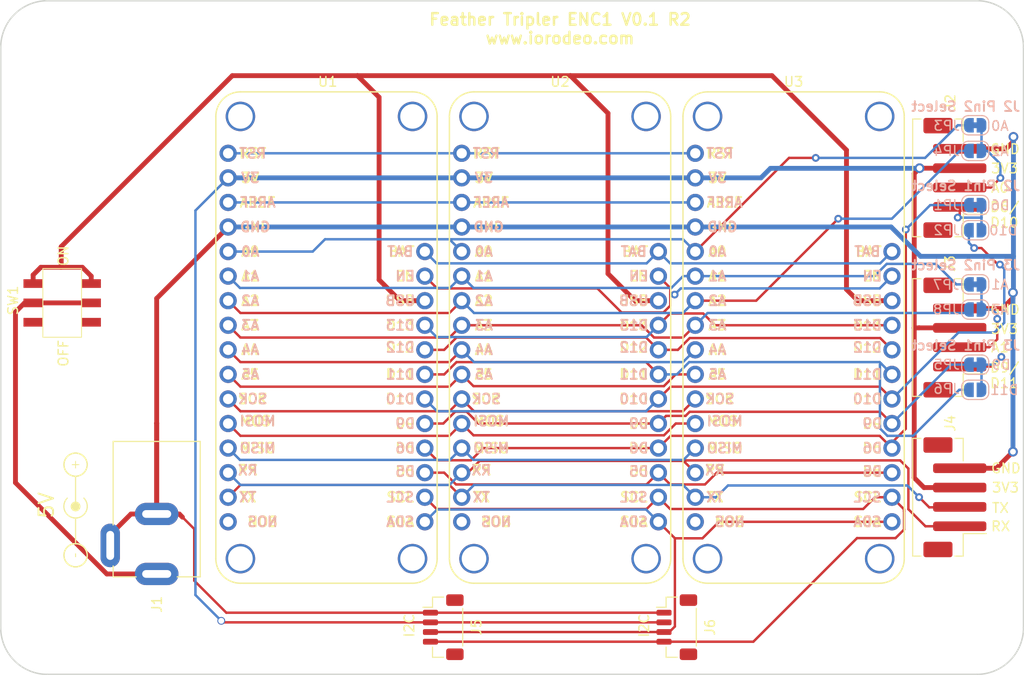
<source format=kicad_pcb>
(kicad_pcb (version 20221018) (generator pcbnew)
  (layers (0 "F.Cu" signal) (31 "B.Cu" signal) (34 "B.Paste" user) (35 "F.Paste" user) (36 "B.SilkS" user "B.Silkscreen") (37 "F.SilkS" user "F.Silkscreen") (38 "B.Mask" user) (39 "F.Mask" user) (44 "Edge.Cuts" user))
  (net 0 "")
  (net 1 "/5V")
  (net 2 "GND")
  (net 3 "/D10")
  (net 4 "/A0")
  (net 5 "/3V3")
  (net 6 "/D11")
  (net 7 "/A1")
  (net 8 "/RX")
  (net 9 "/TX")
  (net 10 "/SDA")
  (net 11 "/SCL")
  (net 13 "/VUSB")
  (net 15 "/D5")
  (net 16 "/D6")
  (net 17 "/D9")
  (net 18 "/D12")
  (net 19 "/D13")
  (net 20 "/EN")
  (net 21 "/BAT")
  (net 22 "/RST")
  (net 23 "/AREF")
  (net 24 "/A2")
  (net 25 "/A3")
  (net 26 "/A4")
  (net 27 "/A5")
  (net 28 "/SCK")
  (net 29 "/MOSI")
  (net 30 "/MISO")
  (net 34 "Net-(J2-Pin_1)")
  (net 35 "Net-(J2-Pin_2)")
  (net 36 "Net-(J3-Pin_1)")
  (net 37 "Net-(J3-Pin_2)")
  (footprint "MS-22D28-G020:MS-22D28-G020" (layer "F.Cu") (at 52.324 77.216 90)
    (fp_text reference "SW1")
    (fp_text value "SW_Push_DPDT" hide)
  )
  (footprint "MountingHole:MountingHole_4.3mm_M4" (layer "F.Cu") (at 146.812 50.8)
    (fp_text reference "M2" hide)
    (fp_text value "MountingHole_4.3mm_M4" hide)
  )
  (footprint "CUI_PJ-035:CUI_PJ-035C" (layer "F.Cu") (at 62.0863 105.2397 180)
    (fp_text reference "J1")
    (fp_text value "Barrel_Jack_Switch" hide)
  )
  (footprint "feather_wing:feather_wing" (layer "F.Cu") (at 79.629 80.7974 180)
    (fp_text reference "U1")
    (fp_text value "feather_wing" hide)
  )
  (footprint "feather_wing:feather_wing" (layer "F.Cu") (at 127.889 80.7974 180)
    (fp_text reference "U3")
    (fp_text value "feather_wing" hide)
  )
  (footprint "feather_wing:feather_wing" (layer "F.Cu") (at 103.759 80.7974 180)
    (fp_text reference "U2")
    (fp_text value "feather_wing" hide)
  )
  (footprint "MountingHole:MountingHole_4.3mm_M4" (layer "F.Cu") (at 50.8 50.8)
    (fp_text reference "M1" hide)
    (fp_text value "MountingHole_4.3mm_M4" hide)
  )
  (footprint "JST_PH_4Pin_Vertical:JST_PH_B4B-PH-SM4-TB_1x04-1MP_P2.00mm_Vertical" (layer "F.Cu") (at 144 64.2874 -90)
    (fp_text reference "J2")
    (fp_text value "Conn_01x04" hide)
  )
  (footprint "JST_PH_4Pin_Vertical:JST_PH_B4B-PH-SM4-TB_1x04-1MP_P2.00mm_Vertical" (layer "F.Cu") (at 144 80.7974 -90)
    (fp_text reference "J3")
    (fp_text value "Conn_01x04" hide)
  )
  (footprint "JST_PH_4Pin_Vertical:JST_PH_B4B-PH-SM4-TB_1x04-1MP_P2.00mm_Vertical" (layer "F.Cu") (at 144 97.3074 -90)
    (fp_text reference "J4")
    (fp_text value "Conn_01x04" hide)
  )
  (footprint "MountingHole:MountingHole_4.3mm_M4" (layer "F.Cu") (at 146.812 110.7948)
    (fp_text reference "M3" hide)
    (fp_text value "MountingHole_4.3mm_M4" hide)
  )
  (footprint "MountingHole:MountingHole_4.3mm_M4" (layer "F.Cu") (at 50.8 110.7948)
    (fp_text reference "M4" hide)
    (fp_text value "MountingHole_4.3mm_M4" hide)
  )
  (footprint "Connector_JST:JST_SH_BM04B-SRSS-TB_1x04-1MP_P1.00mm_Vertical" (layer "F.Cu") (at 91.694 110.744 -90)
    (fp_text reference "J5")
    (fp_text value "Conn_01x04" hide)
  )
  (footprint "Connector_JST:JST_SH_BM04B-SRSS-TB_1x04-1MP_P1.00mm_Vertical" (layer "F.Cu") (at 115.824 110.744 -90)
    (fp_text reference "J6")
    (fp_text value "Conn_01x04" hide)
  )
  (footprint "Jumper:SolderJumper-2_P1.3mm_Open_RoundedPad1.0x1.5mm" (layer "B.Cu") (at 146.65 69.7)
    (fp_text reference "JP2")
    (fp_text value "SolderJumper_2_Open" hide)
  )
  (footprint "Jumper:SolderJumper-2_P1.3mm_Bridged_RoundedPad1.0x1.5mm" (layer "B.Cu") (at 146.65 58.85)
    (fp_text reference "JP3")
    (fp_text value "SolderJumper_2_Bridged" hide)
  )
  (footprint "Jumper:SolderJumper-2_P1.3mm_Bridged_RoundedPad1.0x1.5mm" (layer "B.Cu") (at 146.65 67.1)
    (fp_text reference "JP1")
    (fp_text value "SolderJumper_2_Bridged" hide)
  )
  (footprint "Jumper:SolderJumper-2_P1.3mm_Bridged_RoundedPad1.0x1.5mm" (layer "B.Cu") (at 146.65 75.3)
    (fp_text reference "JP7")
    (fp_text value "SolderJumper_2_Bridged" hide)
  )
  (footprint "Jumper:SolderJumper-2_P1.3mm_Open_RoundedPad1.0x1.5mm" (layer "B.Cu") (at 146.65 86.2)
    (fp_text reference "JP6")
    (fp_text value "SolderJumper_2_Open" hide)
  )
  (footprint "Jumper:SolderJumper-2_P1.3mm_Open_RoundedPad1.0x1.5mm" (layer "B.Cu") (at 146.65 61.5)
    (fp_text reference "JP4")
    (fp_text value "SolderJumper_2_Open" hide)
  )
  (footprint "Jumper:SolderJumper-2_P1.3mm_Open_RoundedPad1.0x1.5mm" (layer "B.Cu") (at 146.65 77.9)
    (fp_text reference "JP8")
    (fp_text value "SolderJumper_2_Open" hide)
  )
  (footprint "Jumper:SolderJumper-2_P1.3mm_Bridged_RoundedPad1.0x1.5mm" (layer "B.Cu") (at 146.65 83.6)
    (fp_text reference "JP5")
    (fp_text value "SolderJumper_2_Bridged" hide)
  )
  (gr_line (start 52.731529 98.961167) (end 52.696985 98.911602) (stroke (width 0.116153)) (layer "F.SilkS"))
  (gr_line (start 53.828272 95.131737) (end 53.76741 95.136365) (stroke (width 0.134716)) (layer "F.SilkS"))
  (gr_line (start 53.947265 92.765399) (end 54.005246 92.778781) (stroke (width 0.134716)) (layer "F.SilkS"))
  (gr_line (start 54.592837 102.499535) (end 54.630504 102.543019) (stroke (width 0.134716)) (layer "F.SilkS"))
  (gr_line (start 52.768838 97.484813) (end 52.80891 97.438147) (stroke (width 0.116153)) (layer "F.SilkS"))
  (gr_line (start 52.586441 97.79261) (end 52.609932 97.738538) (stroke (width 0.116153)) (layer "F.SilkS"))
  (gr_line (start 53.239251 104.409594) (end 53.186165 104.385594) (stroke (width 0.134716)) (layer "F.SilkS"))
  (gr_line (start 52.665203 98.86075) (end 52.636186 98.808718) (stroke (width 0.116153)) (layer "F.SilkS"))
  (gr_line (start 53.041199 99.255818) (end 52.991636 99.221274) (stroke (width 0.116153)) (layer "F.SilkS"))
  (gr_line (start 53.186165 104.385594) (end 53.13449 104.359128) (stroke (width 0.134716)) (layer "F.SilkS"))
  (gr_line (start 52.547751 98.590929) (end 52.532551 98.534604) (stroke (width 0.116153)) (layer "F.SilkS"))
  (gr_line (start 54.901011 98.073699) (end 54.90792 98.131312) (stroke (width 0.116153)) (layer "F.SilkS"))
  (gr_line (start 54.630504 104.067653) (end 54.592837 104.111138) (stroke (width 0.134716)) (layer "F.SilkS"))
  (gr_line (start 54.375793 104.299099) (end 54.327169 104.330271) (stroke (width 0.134716)) (layer "F.SilkS"))
  (gr_line (start 54.049582 99.405049) (end 53.993257 99.420248) (stroke (width 0.116153)) (layer "F.SilkS"))
  (gr_line (start 53.705739 104.503773) (end 53.644068 104.502213) (stroke (width 0.134716)) (layer "F.SilkS"))
  (gr_line (start 54.890355 93.756978) (end 54.897977 93.816955) (stroke (width 0.134716)) (layer "F.SilkS"))
  (gr_line (start 54.809987 94.405973) (end 54.785987 94.459059) (stroke (width 0.134716)) (layer "F.SilkS"))
  (gr_line (start 52.521099 94.121998) (end 52.513477 94.062021) (stroke (width 0.134716)) (layer "F.SilkS"))
  (gr_line (start 53.475059 99.432684) (end 53.418197 99.420248) (stroke (width 0.116153)) (layer "F.SilkS"))
  (gr_line (start 54.553156 93.092065) (end 54.592837 93.133686) (stroke (width 0.134716)) (layer "F.SilkS"))
  (gr_line (start 52.531637 93.697961) (end 52.545019 93.63998) (stroke (width 0.134716)) (layer "F.SilkS"))
  (gr_line (start 54.863703 98.590929) (end 54.845739 98.64661) (stroke (width 0.116153)) (layer "F.SilkS"))
  (gr_line (start 53.644068 95.136365) (end 53.583206 95.131737) (stroke (width 0.134716)) (layer "F.SilkS"))
  (gr_line (start 52.498006 98.247075) (end 52.499388 98.18914) (stroke (width 0.116153)) (layer "F.SilkS"))
  (gr_line (start 53.947265 95.113577) (end 53.888249 95.124116) (stroke (width 0.134716)) (layer "F.SilkS"))
  (gr_line (start 52.680795 94.560921) (end 52.651938 94.510734) (stroke (width 0.134716)) (layer "F.SilkS"))
  (gr_line (start 52.50729 93.939488) (end 52.508849 93.877816) (stroke (width 0.134716)) (layer "F.SilkS"))
  (gr_line (start 52.521098 103.122826) (end 52.531637 103.06381) (stroke (width 0.134716)) (layer "F.SilkS"))
  (gr_line (start 54.831444 103.717399) (end 54.809987 103.771822) (stroke (width 0.134716)) (layer "F.SilkS"))
  (gr_line (start 54.891339 98.477742) (end 54.878902 98.534603) (stroke (width 0.116153)) (layer "F.SilkS"))
  (gr_line (start 52.508849 93.877816) (end 52.513477 93.816955) (stroke (width 0.134716)) (layer "F.SilkS"))
  (gr_line (start 54.913447 98.247075) (end 54.912065 98.30501) (stroke (width 0.116153)) (layer "F.SilkS"))
  (gr_line (start 54.005246 95.100195) (end 53.947265 95.113577) (stroke (width 0.134716)) (layer "F.SilkS"))
  (gr_line (start 54.730665 94.560921) (end 54.699493 94.609545) (stroke (width 0.134716)) (layer "F.SilkS"))
  (gr_line (start 54.592837 104.111138) (end 54.553156 104.152759) (stroke (width 0.134716)) (layer "F.SilkS"))
  (gr_line (start 54.602544 99.056003) (end 54.559708 99.10106) (stroke (width 0.116153)) (layer "F.SilkS"))
  (gr_line (start 54.831444 94.35155) (end 54.809987 94.405973) (stroke (width 0.134716)) (layer "F.SilkS"))
  (gr_line (start 53.134479 102.251545) (end 53.186154 102.225079) (stroke (width 0.134716)) (layer "F.SilkS"))
  (gr_line (start 54.699493 102.635279) (end 54.730665 102.683903) (stroke (width 0.134716)) (layer "F.SilkS"))
  (gr_line (start 53.705739 97.761252) (end 53.705739 95.192683) (stroke (width 0.126579)) (layer "F.SilkS"))
  (gr_line (start 52.665203 97.633399) (end 52.696985 97.582547) (stroke (width 0.116153)) (layer "F.SilkS"))
  (gr_line (start 54.825012 97.792609) (end 54.845739 97.847539) (stroke (width 0.116153)) (layer "F.SilkS"))
  (gr_line (start 53.644068 104.502213) (end 53.583206 104.497585) (stroke (width 0.134716)) (layer "F.SilkS"))
  (gr_poly (pts (xy 53.656275 93.88819) (xy 53.656275 93.551344) (xy 53.755155 93.551344) (xy 53.755155 93.88819) (xy 54.092004 93.88819) (xy 54.092004 93.990789) (xy 53.755155 93.990789) (xy 53.755155 94.327633) (xy 53.656275 94.327633) (xy 53.656275 93.990789) (xy 53.319425 93.990789) (xy 53.319425 93.88819)) (fill solid) (layer "F.SilkS"))
  (gr_line (start 54.890355 103.487846) (end 54.879816 103.546863) (stroke (width 0.134716)) (layer "F.SilkS"))
  (gr_line (start 54.1178 104.431052) (end 54.062116 104.449893) (stroke (width 0.134716)) (layer "F.SilkS"))
  (gr_line (start 52.586441 98.70154) (end 52.565714 98.64661) (stroke (width 0.116153)) (layer "F.SilkS"))
  (gr_line (start 53.293675 104.431052) (end 53.239251 104.409594) (stroke (width 0.134716)) (layer "F.SilkS"))
  (gr_line (start 54.005246 102.14463) (end 54.062116 102.160779) (stroke (width 0.134716)) (layer "F.SilkS"))
  (gr_line (start 53.13449 104.359128) (end 53.084303 104.330271) (stroke (width 0.134716)) (layer "F.SilkS"))
  (gr_line (start 54.375793 92.945725) (end 54.422778 92.979138) (stroke (width 0.134716)) (layer "F.SilkS"))
  (gr_line (start 53.76741 92.74261) (end 53.828272 92.747238) (stroke (width 0.134716)) (layer "F.SilkS"))
  (gr_line (start 54.468051 93.014716) (end 54.511535 93.052383) (stroke (width 0.134716)) (layer "F.SilkS"))
  (gr_line (start 52.531638 94.181014) (end 52.521099 94.121998) (stroke (width 0.134716)) (layer "F.SilkS"))
  (gr_line (start 54.775268 97.685432) (end 54.801522 97.738538) (stroke (width 0.116153)) (layer "F.SilkS"))
  (gr_line (start 54.327169 102.280401) (end 54.375793 102.311574) (stroke (width 0.134716)) (layer "F.SilkS"))
  (gr_line (start 52.98868 102.344987) (end 53.035667 102.311574) (stroke (width 0.134716)) (layer "F.SilkS"))
  (gr_line (start 52.745381 94.656531) (end 52.711968 94.609545) (stroke (width 0.134716)) (layer "F.SilkS"))
  (gr_line (start 52.532551 97.959546) (end 52.547751 97.903221) (stroke (width 0.116153)) (layer "F.SilkS"))
  (gr_line (start 52.625471 103.824908) (end 52.601471 103.771822) (stroke (width 0.134716)) (layer "F.SilkS"))
  (gr_line (start 53.418197 99.420248) (end 53.361871 99.405049) (stroke (width 0.116153)) (layer "F.SilkS"))
  (gr_line (start 54.172223 95.043745) (end 54.1178 95.065204) (stroke (width 0.134716)) (layer "F.SilkS"))
  (gr_line (start 53.092051 99.287599) (end 53.041199 99.255818) (stroke (width 0.116153)) (layer "F.SilkS"))
  (gr_line (start 52.580009 93.527425) (end 52.601467 93.473002) (stroke (width 0.134716)) (layer "F.SilkS"))
  (gr_line (start 54.785987 102.785765) (end 54.809987 102.838851) (stroke (width 0.134716)) (layer "F.SilkS"))
  (gr_line (start 54.679924 97.532983) (end 54.714469 97.582547) (stroke (width 0.116153)) (layer "F.SilkS"))
  (gr_line (start 54.699493 94.609545) (end 54.666081 94.656531) (stroke (width 0.134716)) (layer "F.SilkS"))
  (gr_line (start 54.785987 103.824908) (end 54.759522 103.876582) (stroke (width 0.134716)) (layer "F.SilkS"))
  (gr_line (start 54.062116 95.084045) (end 54.005246 95.100195) (stroke (width 0.134716)) (layer "F.SilkS"))
  (gr_line (start 54.666081 104.02238) (end 54.630504 104.067653) (stroke (width 0.134716)) (layer "F.SilkS"))
  (gr_line (start 53.406222 92.778781) (end 53.464205 92.765399) (stroke (width 0.134716)) (layer "F.SilkS"))
  (gr_line (start 54.730665 93.318055) (end 54.759522 93.368242) (stroke (width 0.134716)) (layer "F.SilkS"))
  (gr_line (start 54.1178 92.813772) (end 54.172223 92.83523) (stroke (width 0.134716)) (layer "F.SilkS"))
  (gr_line (start 54.897977 103.182803) (end 54.902605 103.243665) (stroke (width 0.134716)) (layer "F.SilkS"))
  (gr_line (start 54.90792 98.362837) (end 54.901011 98.42045) (stroke (width 0.116153)) (layer "F.SilkS"))
  (gr_line (start 52.651933 102.73409) (end 52.680789 102.683903) (stroke (width 0.134716)) (layer "F.SilkS"))
  (gr_line (start 52.636186 97.685432) (end 52.665203 97.633399) (stroke (width 0.116153)) (layer "F.SilkS"))
  (gr_line (start 54.679924 98.961167) (end 54.642616 99.009336) (stroke (width 0.116153)) (layer "F.SilkS"))
  (gr_line (start 54.850286 94.295866) (end 54.831444 94.35155) (stroke (width 0.134716)) (layer "F.SilkS"))
  (gr_line (start 54.005246 104.466043) (end 53.947265 104.479425) (stroke (width 0.134716)) (layer "F.SilkS"))
  (gr_line (start 54.642616 97.484813) (end 54.679924 97.532983) (stroke (width 0.116153)) (layer "F.SilkS"))
  (gr_line (start 53.705739 92.741051) (end 53.76741 92.74261) (stroke (width 0.134716)) (layer "F.SilkS"))
  (gr_line (start 53.464212 95.113577) (end 53.40623 95.100195) (stroke (width 0.134716)) (layer "F.SilkS"))
  (gr_line (start 53.879103 99.442357) (end 53.82149 99.449265) (stroke (width 0.116153)) (layer "F.SilkS"))
  (gr_line (start 53.40623 104.466043) (end 53.349359 104.449893) (stroke (width 0.134716)) (layer "F.SilkS"))
  (gr_line (start 52.625467 102.785765) (end 52.651933 102.73409) (stroke (width 0.134716)) (layer "F.SilkS"))
  (gr_line (start 54.759522 94.510734) (end 54.730665 94.560921) (stroke (width 0.134716)) (layer "F.SilkS"))
  (gr_line (start 54.225308 104.385594) (end 54.172223 104.409594) (stroke (width 0.134716)) (layer "F.SilkS"))
  (gr_line (start 53.464205 102.131248) (end 53.523223 102.120708) (stroke (width 0.134716)) (layer "F.SilkS"))
  (gr_line (start 52.499388 98.18914) (end 52.503533 98.131312) (stroke (width 0.116153)) (layer "F.SilkS"))
  (gr_line (start 52.50729 103.305336) (end 52.508849 103.243665) (stroke (width 0.134716)) (layer "F.SilkS"))
  (gr_line (start 53.34935 92.79493) (end 53.406222 92.778781) (stroke (width 0.134716)) (layer "F.SilkS"))
  (gr_line (start 52.680789 102.683903) (end 52.711962 102.635279) (stroke (width 0.134716)) (layer "F.SilkS"))
  (gr_line (start 53.34935 102.160779) (end 53.406222 102.14463) (stroke (width 0.134716)) (layer "F.SilkS"))
  (gr_line (start 52.745374 93.222444) (end 52.780952 93.177171) (stroke (width 0.134716)) (layer "F.SilkS"))
  (gr_line (start 52.56117 94.295866) (end 52.545021 94.238996) (stroke (width 0.134716)) (layer "F.SilkS"))
  (gr_line (start 54.172223 102.201079) (end 54.225308 102.225079) (stroke (width 0.134716)) (layer "F.SilkS"))
  (gr_line (start 54.422778 104.265686) (end 54.375793 104.299099) (stroke (width 0.134716)) (layer "F.SilkS"))
  (gr_line (start 52.943407 93.014716) (end 52.98868 92.979138) (stroke (width 0.134716)) (layer "F.SilkS"))
  (gr_line (start 53.947265 102.131248) (end 54.005246 102.14463) (stroke (width 0.134716)) (layer "F.SilkS"))
  (gr_line (start 54.327169 92.914553) (end 54.375793 92.945725) (stroke (width 0.134716)) (layer "F.SilkS"))
  (gr_line (start 54.809987 103.771822) (end 54.785987 103.824908) (stroke (width 0.134716)) (layer "F.SilkS"))
  (gr_line (start 53.293665 102.179621) (end 53.34935 102.160779) (stroke (width 0.134716)) (layer "F.SilkS"))
  (gr_line (start 54.511535 94.826592) (end 54.468051 94.86426) (stroke (width 0.134716)) (layer "F.SilkS"))
  (gr_poly (pts (xy 53.761646 103.1125) (xy 53.761646 103.498172) (xy 53.649783 103.498172) (xy 53.649783 103.1125)) (fill solid) (layer "F.SilkS"))
  (gr_line (start 53.947265 104.479425) (end 53.888249 104.489964) (stroke (width 0.134716)) (layer "F.SilkS"))
  (gr_line (start 54.327169 104.330271) (end 54.276982 104.359128) (stroke (width 0.134716)) (layer "F.SilkS"))
  (gr_line (start 52.680789 93.318055) (end 52.711962 93.269431) (stroke (width 0.134716)) (layer "F.SilkS"))
  (gr_line (start 54.878902 97.959546) (end 54.891339 98.016408) (stroke (width 0.116153)) (layer "F.SilkS"))
  (gr_line (start 53.186165 95.019746) (end 53.13449 94.99328) (stroke (width 0.134716)) (layer "F.SilkS"))
  (gr_line (start 54.514652 99.143895) (end 54.467986 99.183966) (stroke (width 0.116153)) (layer "F.SilkS"))
  (gr_line (start 53.53235 99.442357) (end 53.475059 99.432684) (stroke (width 0.116153)) (layer "F.SilkS"))
  (gr_line (start 53.084292 92.914553) (end 53.134479 92.885696) (stroke (width 0.134716)) (layer "F.SilkS"))
  (gr_line (start 52.858301 102.457914) (end 52.899922 102.418232) (stroke (width 0.134716)) (layer "F.SilkS"))
  (gr_line (start 54.468051 94.86426) (end 54.422778 94.899837) (stroke (width 0.134716)) (layer "F.SilkS"))
  (gr_line (start 54.74625 97.633399) (end 54.775268 97.685432) (stroke (width 0.116153)) (layer "F.SilkS"))
  (gr_line (start 52.508849 103.243665) (end 52.513477 103.182803) (stroke (width 0.134716)) (layer "F.SilkS"))
  (gr_line (start 54.422778 94.899837) (end 54.375793 94.93325) (stroke (width 0.134716)) (layer "F.SilkS"))
  (gr_line (start 54.850286 103.661715) (end 54.831444 103.717399) (stroke (width 0.134716)) (layer "F.SilkS"))
  (gr_line (start 54.225308 95.019746) (end 54.172223 95.043745) (stroke (width 0.134716)) (layer "F.SilkS"))
  (gr_line (start 54.890355 94.121998) (end 54.879816 94.181014) (stroke (width 0.134716)) (layer "F.SilkS"))
  (gr_line (start 52.580012 103.717399) (end 52.56117 103.661715) (stroke (width 0.134716)) (layer "F.SilkS"))
  (gr_line (start 52.545021 103.604844) (end 52.531638 103.546863) (stroke (width 0.134716)) (layer "F.SilkS"))
  (gr_line (start 54.866435 94.238996) (end 54.850286 94.295866) (stroke (width 0.134716)) (layer "F.SilkS"))
  (gr_line (start 52.943417 94.86426) (end 52.899932 94.826592) (stroke (width 0.134716)) (layer "F.SilkS"))
  (gr_line (start 52.513477 94.062021) (end 52.508849 94.001159) (stroke (width 0.134716)) (layer "F.SilkS"))
  (gr_line (start 52.499388 98.30501) (end 52.498006 98.247075) (stroke (width 0.116153)) (layer "F.SilkS"))
  (gr_line (start 54.850286 102.948958) (end 54.866435 103.005828) (stroke (width 0.134716)) (layer "F.SilkS"))
  (gr_line (start 53.644065 102.108459) (end 53.705739 102.1069) (stroke (width 0.134716)) (layer "F.SilkS"))
  (gr_line (start 53.76741 102.108459) (end 53.828272 102.113087) (stroke (width 0.134716)) (layer "F.SilkS"))
  (gr_line (start 53.349359 95.084045) (end 53.293675 95.065204) (stroke (width 0.134716)) (layer "F.SilkS"))
  (gr_line (start 54.785987 94.459059) (end 54.759522 94.510734) (stroke (width 0.134716)) (layer "F.SilkS"))
  (gr_line (start 54.890355 103.122826) (end 54.897977 103.182803) (stroke (width 0.134716)) (layer "F.SilkS"))
  (gr_line (start 52.745381 104.02238) (end 52.711968 103.975394) (stroke (width 0.134716)) (layer "F.SilkS"))
  (gr_line (start 54.630504 102.543019) (end 54.666081 102.588293) (stroke (width 0.134716)) (layer "F.SilkS"))
  (gr_line (start 52.711968 94.609545) (end 52.680795 94.560921) (stroke (width 0.134716)) (layer "F.SilkS"))
  (gr_line (start 54.831444 93.527425) (end 54.850286 93.58311) (stroke (width 0.134716)) (layer "F.SilkS"))
  (gr_line (start 54.642616 99.009336) (end 54.602544 99.056003) (stroke (width 0.116153)) (layer "F.SilkS"))
  (gr_line (start 52.547751 97.903221) (end 52.565714 97.84754) (stroke (width 0.116153)) (layer "F.SilkS"))
  (gr_line (start 54.878902 98.534603) (end 54.863703 98.590929) (stroke (width 0.116153)) (layer "F.SilkS"))
  (gr_line (start 53.186154 102.225079) (end 53.239241 102.201079) (stroke (width 0.134716)) (layer "F.SilkS"))
  (gr_line (start 53.583206 95.131737) (end 53.523229 95.124116) (stroke (width 0.134716)) (layer "F.SilkS"))
  (gr_line (start 54.375793 94.93325) (end 54.327169 94.964423) (stroke (width 0.134716)) (layer "F.SilkS"))
  (gr_line (start 52.991636 99.221274) (end 52.943467 99.183966) (stroke (width 0.116153)) (layer "F.SilkS"))
  (gr_line (start 54.511535 102.418232) (end 54.553156 102.457914) (stroke (width 0.134716)) (layer "F.SilkS"))
  (gr_line (start 53.40623 95.100195) (end 53.349359 95.084045) (stroke (width 0.134716)) (layer "F.SilkS"))
  (gr_line (start 53.993257 99.420248) (end 53.936395 99.432684) (stroke (width 0.116153)) (layer "F.SilkS"))
  (gr_line (start 52.625471 94.459059) (end 52.601471 94.405973) (stroke (width 0.134716)) (layer "F.SilkS"))
  (gr_line (start 54.730665 103.926769) (end 54.699493 103.975394) (stroke (width 0.134716)) (layer "F.SilkS"))
  (gr_line (start 54.062116 104.449893) (end 54.005246 104.466043) (stroke (width 0.134716)) (layer "F.SilkS"))
  (gr_line (start 54.90792 98.131312) (end 54.912065 98.18914) (stroke (width 0.116153)) (layer "F.SilkS"))
  (gr_line (start 54.511535 93.052383) (end 54.553156 93.092065) (stroke (width 0.134716)) (layer "F.SilkS"))
  (gr_line (start 52.943467 99.183966) (end 52.896801 99.143895) (stroke (width 0.116153)) (layer "F.SilkS"))
  (gr_line (start 52.768838 99.009336) (end 52.731529 98.961167) (stroke (width 0.116153)) (layer "F.SilkS"))
  (gr_line (start 53.30619 99.387086) (end 53.25126 99.366359) (stroke (width 0.116153)) (layer "F.SilkS"))
  (gr_line (start 52.521098 93.756978) (end 52.531637 93.697961) (stroke (width 0.134716)) (layer "F.SilkS"))
  (gr_line (start 54.467986 99.183966) (end 54.419818 99.221274) (stroke (width 0.116153)) (layer "F.SilkS"))
  (gr_line (start 54.062116 102.160779) (end 54.1178 102.179621) (stroke (width 0.134716)) (layer "F.SilkS"))
  (gr_line (start 52.780952 102.543019) (end 52.818619 102.499535) (stroke (width 0.134716)) (layer "F.SilkS"))
  (gr_line (start 52.780952 93.177171) (end 52.818619 93.133686) (stroke (width 0.134716)) (layer "F.SilkS"))
  (gr_line (start 52.561168 93.58311) (end 52.580009 93.527425) (stroke (width 0.134716)) (layer "F.SilkS"))
  (gr_line (start 54.225308 102.225079) (end 54.276982 102.251545) (stroke (width 0.134716)) (layer "F.SilkS"))
  (gr_line (start 54.785987 93.419916) (end 54.809987 93.473002) (stroke (width 0.134716)) (layer "F.SilkS"))
  (gr_line (start 52.545019 103.005828) (end 52.561168 102.948958) (stroke (width 0.134716)) (layer "F.SilkS"))
  (gr_line (start 53.361871 99.405049) (end 53.30619 99.387086) (stroke (width 0.116153)) (layer "F.SilkS"))
  (gr_line (start 54.902605 103.367008) (end 54.897977 103.42787) (stroke (width 0.134716)) (layer "F.SilkS"))
  (gr_poly (pts (xy 53.247207 98.241222) (xy 53.24898 98.217906) (xy 53.2519 98.194929) (xy 53.255938 98.17232) (xy 53.261065 98.150107) (xy 53.267252 98.128321) (xy 53.27447 98.106988) (xy 53.282691 98.086139) (xy 53.291885 98.065802) (xy 53.302024 98.046005) (xy 53.31308 98.026779) (xy 53.325022 98.008151) (xy 53.337823 97.990151) (xy 53.351453 97.972807) (xy 53.365883 97.956148) (xy 53.381086 97.940203) (xy 53.397031 97.925001) (xy 53.41369 97.910571) (xy 53.431035 97.896941) (xy 53.449036 97.884141) (xy 53.467664 97.872199) (xy 53.486891 97.861144) (xy 53.506688 97.851005) (xy 53.527025 97.841811) (xy 53.547875 97.83359) (xy 53.569208 97.826372) (xy 53.590996 97.820185) (xy 53.613208 97.815059) (xy 53.635818 97.811021) (xy 53.658796 97.808102) (xy 53.682112 97.806329) (xy 53.705739 97.805731) (xy 53.729366 97.806329) (xy 53.752682 97.808102) (xy 53.775659 97.811021) (xy 53.798268 97.815059) (xy 53.820481 97.820185) (xy 53.842268 97.826372) (xy 53.8636 97.83359) (xy 53.884449 97.841811) (xy 53.904786 97.851005) (xy 53.924581 97.861144) (xy 53.943807 97.872199) (xy 53.962435 97.884141) (xy 53.980434 97.896941) (xy 53.997778 97.910571) (xy 54.014436 97.925001) (xy 54.03038 97.940203) (xy 54.045581 97.956148) (xy 54.060011 97.972807) (xy 54.07364 97.990151) (xy 54.086439 98.008151) (xy 54.098381 98.026779) (xy 54.109435 98.046005) (xy 54.119573 98.065802) (xy 54.128767 98.086139) (xy 54.136987 98.106988) (xy 54.144204 98.128321) (xy 54.150391 98.150107) (xy 54.155517 98.17232) (xy 54.159554 98.194929) (xy 54.162473 98.217906) (xy 54.164246 98.241222) (xy 54.164844 98.264848) (xy 54.164246 98.288474) (xy 54.162473 98.31179) (xy 54.159554 98.334767) (xy 54.155517 98.357376) (xy 54.150391 98.379588) (xy 54.144204 98.401375) (xy 54.136987 98.422708) (xy 54.128767 98.443557) (xy 54.119573 98.463894) (xy 54.109435 98.48369) (xy 54.098381 98.502917) (xy 54.086439 98.521544) (xy 54.07364 98.539545) (xy 54.060011 98.556889) (xy 54.045581 98.573548) (xy 54.03038 98.589492) (xy 54.014436 98.604694) (xy 53.997778 98.619125) (xy 53.980434 98.632754) (xy 53.962435 98.645555) (xy 53.943807 98.657497) (xy 53.924581 98.668552) (xy 53.904786 98.678691) (xy 53.884449 98.687885) (xy 53.8636 98.696105) (xy 53.842268 98.703323) (xy 53.820481 98.70951) (xy 53.798268 98.714637) (xy 53.775659 98.718674) (xy 53.752682 98.721594) (xy 53.729366 98.723367) (xy 53.705739 98.723964) (xy 53.682112 98.723367) (xy 53.658796 98.721594) (xy 53.635818 98.718674) (xy 53.613208 98.714637) (xy 53.590996 98.70951) (xy 53.569208 98.703323) (xy 53.547875 98.696105) (xy 53.527025 98.687885) (xy 53.506688 98.678691) (xy 53.486891 98.668552) (xy 53.467664 98.657497) (xy 53.449036 98.645555) (xy 53.431035 98.632754) (xy 53.41369 98.619125) (xy 53.397031 98.604694) (xy 53.381086 98.589492) (xy 53.365883 98.573548) (xy 53.351453 98.556889) (xy 53.337823 98.539545) (xy 53.325022 98.521544) (xy 53.31308 98.502917) (xy 53.302024 98.48369) (xy 53.291885 98.463894) (xy 53.282691 98.443557) (xy 53.27447 98.422708) (xy 53.267252 98.401375) (xy 53.261065 98.379588) (xy 53.255938 98.357376) (xy 53.2519 98.334767) (xy 53.24898 98.31179) (xy 53.247207 98.288474) (xy 53.24661 98.264848)) (stroke (width 0.094402)) (fill solid) (layer "F.SilkS"))
  (gr_line (start 52.896801 99.143895) (end 52.851745 99.10106) (stroke (width 0.116153)) (layer "F.SilkS"))
  (gr_line (start 54.327169 94.964423) (end 54.276982 94.99328) (stroke (width 0.134716)) (layer "F.SilkS"))
  (gr_line (start 52.508849 94.001159) (end 52.50729 93.939488) (stroke (width 0.134716)) (layer "F.SilkS"))
  (gr_line (start 52.988691 94.899837) (end 52.943417 94.86426) (stroke (width 0.134716)) (layer "F.SilkS"))
  (gr_line (start 52.503533 98.131312) (end 52.510442 98.073699) (stroke (width 0.116153)) (layer "F.SilkS"))
  (gr_line (start 54.375793 102.311574) (end 54.422778 102.344987) (stroke (width 0.134716)) (layer "F.SilkS"))
  (gr_line (start 52.580012 94.35155) (end 52.56117 94.295866) (stroke (width 0.134716)) (layer "F.SilkS"))
  (gr_line (start 53.13449 94.99328) (end 53.084303 94.964423) (stroke (width 0.134716)) (layer "F.SilkS"))
  (gr_line (start 54.666081 94.656531) (end 54.630504 94.701805) (stroke (width 0.134716)) (layer "F.SilkS"))
  (gr_line (start 52.531637 103.06381) (end 52.545019 103.005828) (stroke (width 0.134716)) (layer "F.SilkS"))
  (gr_line (start 53.464212 104.479425) (end 53.40623 104.466043) (stroke (width 0.134716)) (layer "F.SilkS"))
  (gr_line (start 52.696985 97.582547) (end 52.731529 97.532983) (stroke (width 0.116153)) (layer "F.SilkS"))
  (gr_line (start 52.85831 104.152759) (end 52.818628 104.111138) (stroke (width 0.134716)) (layer "F.SilkS"))
  (gr_line (start 54.26737 99.316616) (end 54.214265 99.342869) (stroke (width 0.116153)) (layer "F.SilkS"))
  (gr_line (start 53.583202 92.747238) (end 53.644065 92.74261) (stroke (width 0.134716)) (layer "F.SilkS"))
  (gr_line (start 53.828272 92.747238) (end 53.888249 92.75486) (stroke (width 0.134716)) (layer "F.SilkS"))
  (gr_line (start 54.897977 103.42787) (end 54.890355 103.487846) (stroke (width 0.134716)) (layer "F.SilkS"))
  (gr_line (start 54.866435 103.005828) (end 54.879816 103.06381) (stroke (width 0.134716)) (layer "F.SilkS"))
  (gr_line (start 52.636186 98.808718) (end 52.609932 98.755612) (stroke (width 0.116153)) (layer "F.SilkS"))
  (gr_line (start 52.899932 104.192441) (end 52.85831 104.152759) (stroke (width 0.134716)) (layer "F.SilkS"))
  (gr_line (start 52.80891 99.056003) (end 52.768838 99.009336) (stroke (width 0.116153)) (layer "F.SilkS"))
  (gr_line (start 53.035678 94.93325) (end 52.988691 94.899837) (stroke (width 0.134716)) (layer "F.SilkS"))
  (gr_line (start 52.943417 104.230108) (end 52.899932 104.192441) (stroke (width 0.134716)) (layer "F.SilkS"))
  (gr_line (start 52.943407 102.380564) (end 52.98868 102.344987) (stroke (width 0.134716)) (layer "F.SilkS"))
  (gr_line (start 53.583206 104.497585) (end 53.523229 104.489964) (stroke (width 0.134716)) (layer "F.SilkS"))
  (gr_line (start 52.601467 93.473002) (end 52.625467 93.419916) (stroke (width 0.134716)) (layer "F.SilkS"))
  (gr_line (start 52.545019 93.63998) (end 52.561168 93.58311) (stroke (width 0.134716)) (layer "F.SilkS"))
  (gr_line (start 54.1178 95.065204) (end 54.062116 95.084045) (stroke (width 0.134716)) (layer "F.SilkS"))
  (gr_line (start 53.888249 102.120708) (end 53.947265 102.131248) (stroke (width 0.134716)) (layer "F.SilkS"))
  (gr_line (start 54.630504 93.177171) (end 54.666081 93.222444) (stroke (width 0.134716)) (layer "F.SilkS"))
  (gr_line (start 52.580009 102.893274) (end 52.601467 102.838851) (stroke (width 0.134716)) (layer "F.SilkS"))
  (gr_line (start 53.763662 99.453411) (end 53.705727 99.454792) (stroke (width 0.116153)) (layer "F.SilkS"))
  (gr_line (start 54.801522 98.755612) (end 54.775268 98.808718) (stroke (width 0.116153)) (layer "F.SilkS"))
  (gr_line (start 54.714469 98.911602) (end 54.679924 98.961167) (stroke (width 0.116153)) (layer "F.SilkS"))
  (gr_line (start 54.468051 104.230108) (end 54.422778 104.265686) (stroke (width 0.134716)) (layer "F.SilkS"))
  (gr_line (start 53.705727 99.454792) (end 53.647791 99.453411) (stroke (width 0.116153)) (layer "F.SilkS"))
  (gr_line (start 52.818619 102.499535) (end 52.858301 102.457914) (stroke (width 0.134716)) (layer "F.SilkS"))
  (gr_line (start 54.775268 98.808718) (end 54.74625 98.86075) (stroke (width 0.116153)) (layer "F.SilkS"))
  (gr_line (start 53.035667 92.945725) (end 53.084292 92.914553) (stroke (width 0.134716)) (layer "F.SilkS"))
  (gr_line (start 52.609932 98.755612) (end 52.586441 98.70154) (stroke (width 0.116153)) (layer "F.SilkS"))
  (gr_line (start 54.904164 93.939488) (end 54.902605 94.001159) (stroke (width 0.134716)) (layer "F.SilkS"))
  (gr_line (start 52.680795 103.926769) (end 52.651938 103.876582) (stroke (width 0.134716)) (layer "F.SilkS"))
  (gr_line (start 53.523229 104.489964) (end 53.464212 104.479425) (stroke (width 0.134716)) (layer "F.SilkS"))
  (gr_line (start 53.084303 94.964423) (end 53.035678 94.93325) (stroke (width 0.134716)) (layer "F.SilkS"))
  (gr_line (start 54.592837 94.745289) (end 54.553156 94.78691) (stroke (width 0.134716)) (layer "F.SilkS"))
  (gr_line (start 54.897977 94.062021) (end 54.890355 94.121998) (stroke (width 0.134716)) (layer "F.SilkS"))
  (gr_line (start 53.084292 102.280401) (end 53.134479 102.251545) (stroke (width 0.134716)) (layer "F.SilkS"))
  (gr_line (start 53.76741 104.502213) (end 53.705739 104.503773) (stroke (width 0.134716)) (layer "F.SilkS"))
  (gr_line (start 52.711962 102.635279) (end 52.745374 102.588293) (stroke (width 0.134716)) (layer "F.SilkS"))
  (gr_line (start 54.105263 99.387086) (end 54.049582 99.405049) (stroke (width 0.116153)) (layer "F.SilkS"))
  (gr_line (start 54.276982 92.885696) (end 54.327169 92.914553) (stroke (width 0.134716)) (layer "F.SilkS"))
  (gr_line (start 52.98868 92.979138) (end 53.035667 92.945725) (stroke (width 0.134716)) (layer "F.SilkS"))
  (gr_line (start 54.74625 98.86075) (end 54.714469 98.911602) (stroke (width 0.116153)) (layer "F.SilkS"))
  (gr_line (start 52.711968 103.975394) (end 52.680795 103.926769) (stroke (width 0.134716)) (layer "F.SilkS"))
  (gr_line (start 52.609932 97.738538) (end 52.636186 97.685432) (stroke (width 0.116153)) (layer "F.SilkS"))
  (gr_line (start 54.468051 102.380564) (end 54.511535 102.418232) (stroke (width 0.134716)) (layer "F.SilkS"))
  (gr_line (start 54.160193 99.366359) (end 54.105263 99.387086) (stroke (width 0.116153)) (layer "F.SilkS"))
  (gr_line (start 54.902605 94.001159) (end 54.897977 94.062021) (stroke (width 0.134716)) (layer "F.SilkS"))
  (gr_line (start 54.879816 94.181014) (end 54.866435 94.238996) (stroke (width 0.134716)) (layer "F.SilkS"))
  (gr_line (start 52.731529 97.532983) (end 52.768838 97.484813) (stroke (width 0.116153)) (layer "F.SilkS"))
  (gr_line (start 54.759522 93.368242) (end 54.785987 93.419916) (stroke (width 0.134716)) (layer "F.SilkS"))
  (gr_line (start 53.035678 104.299099) (end 52.988691 104.265686) (stroke (width 0.134716)) (layer "F.SilkS"))
  (gr_line (start 52.651933 93.368242) (end 52.680789 93.318055) (stroke (width 0.134716)) (layer "F.SilkS"))
  (gr_line (start 54.553156 104.152759) (end 54.511535 104.192441) (stroke (width 0.134716)) (layer "F.SilkS"))
  (gr_line (start 53.084303 104.330271) (end 53.035678 104.299099) (stroke (width 0.134716)) (layer "F.SilkS"))
  (gr_line (start 53.589963 99.449265) (end 53.53235 99.442357) (stroke (width 0.116153)) (layer "F.SilkS"))
  (gr_line (start 53.828272 104.497585) (end 53.76741 104.502213) (stroke (width 0.134716)) (layer "F.SilkS"))
  (gr_line (start 54.276982 94.99328) (end 54.225308 95.019746) (stroke (width 0.134716)) (layer "F.SilkS"))
  (gr_line (start 52.503533 98.362838) (end 52.499388 98.30501) (stroke (width 0.116153)) (layer "F.SilkS"))
  (gr_line (start 54.904164 103.305336) (end 54.902605 103.367008) (stroke (width 0.134716)) (layer "F.SilkS"))
  (gr_line (start 54.370254 99.255818) (end 54.319403 99.287599) (stroke (width 0.116153)) (layer "F.SilkS"))
  (gr_line (start 54.559708 99.10106) (end 54.514652 99.143895) (stroke (width 0.116153)) (layer "F.SilkS"))
  (gr_line (start 54.879816 103.546863) (end 54.866435 103.604844) (stroke (width 0.134716)) (layer "F.SilkS"))
  (gr_line (start 54.845739 98.64661) (end 54.825012 98.70154) (stroke (width 0.116153)) (layer "F.SilkS"))
  (gr_line (start 52.625467 93.419916) (end 52.651933 93.368242) (stroke (width 0.134716)) (layer "F.SilkS"))
  (gr_line (start 52.851745 99.10106) (end 52.80891 99.056003) (stroke (width 0.116153)) (layer "F.SilkS"))
  (gr_line (start 52.513477 93.816955) (end 52.521098 93.756978) (stroke (width 0.134716)) (layer "F.SilkS"))
  (gr_line (start 54.809987 93.473002) (end 54.831444 93.527425) (stroke (width 0.134716)) (layer "F.SilkS"))
  (gr_line (start 54.419818 99.221274) (end 54.370254 99.255818) (stroke (width 0.116153)) (layer "F.SilkS"))
  (gr_line (start 53.134479 92.885696) (end 53.186154 92.85923) (stroke (width 0.134716)) (layer "F.SilkS"))
  (gr_line (start 54.005246 92.778781) (end 54.062116 92.79493) (stroke (width 0.134716)) (layer "F.SilkS"))
  (gr_line (start 53.197189 99.342869) (end 53.144083 99.316616) (stroke (width 0.116153)) (layer "F.SilkS"))
  (gr_line (start 53.523229 95.124116) (end 53.464212 95.113577) (stroke (width 0.134716)) (layer "F.SilkS"))
  (gr_line (start 54.511535 104.192441) (end 54.468051 104.230108) (stroke (width 0.134716)) (layer "F.SilkS"))
  (gr_line (start 54.666081 93.222444) (end 54.699493 93.269431) (stroke (width 0.134716)) (layer "F.SilkS"))
  (gr_line (start 53.523223 102.120708) (end 53.583202 102.113087) (stroke (width 0.134716)) (layer "F.SilkS"))
  (gr_line (start 54.863703 97.903221) (end 54.878902 97.959546) (stroke (width 0.116153)) (layer "F.SilkS"))
  (gr_line (start 54.902605 93.877816) (end 54.904164 93.939488) (stroke (width 0.134716)) (layer "F.SilkS"))
  (gr_line (start 52.510442 98.420451) (end 52.503533 98.362838) (stroke (width 0.116153)) (layer "F.SilkS"))
  (gr_line (start 52.78096 94.701805) (end 52.745381 94.656531) (stroke (width 0.134716)) (layer "F.SilkS"))
  (gr_line (start 54.866435 103.604844) (end 54.850286 103.661715) (stroke (width 0.134716)) (layer "F.SilkS"))
  (gr_line (start 52.80891 97.438147) (end 52.851745 97.393089) (stroke (width 0.116153)) (layer "F.SilkS"))
  (gr_line (start 52.899932 94.826592) (end 52.85831 94.78691) (stroke (width 0.134716)) (layer "F.SilkS"))
  (gr_line (start 52.565714 98.64661) (end 52.547751 98.590929) (stroke (width 0.116153)) (layer "F.SilkS"))
  (gr_line (start 53.25126 99.366359) (end 53.197189 99.342869) (stroke (width 0.116153)) (layer "F.SilkS"))
  (gr_line (start 53.035667 102.311574) (end 53.084292 102.280401) (stroke (width 0.134716)) (layer "F.SilkS"))
  (gr_line (start 52.818628 104.111138) (end 52.78096 104.067653) (stroke (width 0.134716)) (layer "F.SilkS"))
  (gr_line (start 54.699493 93.269431) (end 54.730665 93.318055) (stroke (width 0.134716)) (layer "F.SilkS"))
  (gr_line (start 54.759522 103.876582) (end 54.730665 103.926769) (stroke (width 0.134716)) (layer "F.SilkS"))
  (gr_line (start 52.531638 103.546863) (end 52.521099 103.487846) (stroke (width 0.134716)) (layer "F.SilkS"))
  (gr_line (start 53.349359 104.449893) (end 53.293675 104.431052) (stroke (width 0.134716)) (layer "F.SilkS"))
  (gr_line (start 54.214265 99.342869) (end 54.160193 99.366359) (stroke (width 0.116153)) (layer "F.SilkS"))
  (gr_line (start 53.828272 102.113087) (end 53.888249 102.120708) (stroke (width 0.134716)) (layer "F.SilkS"))
  (gr_line (start 54.891339 98.016408) (end 54.901011 98.073699) (stroke (width 0.116153)) (layer "F.SilkS"))
  (gr_line (start 54.225308 92.85923) (end 54.276982 92.885696) (stroke (width 0.134716)) (layer "F.SilkS"))
  (gr_line (start 53.186154 92.85923) (end 53.239241 92.83523) (stroke (width 0.134716)) (layer "F.SilkS"))
  (gr_line (start 53.888249 104.489964) (end 53.828272 104.497585) (stroke (width 0.134716)) (layer "F.SilkS"))
  (gr_line (start 52.858301 93.092065) (end 52.899922 93.052383) (stroke (width 0.134716)) (layer "F.SilkS"))
  (gr_line (start 54.276982 104.359128) (end 54.225308 104.385594) (stroke (width 0.134716)) (layer "F.SilkS"))
  (gr_line (start 54.759522 102.73409) (end 54.785987 102.785765) (stroke (width 0.134716)) (layer "F.SilkS"))
  (gr_line (start 52.513477 103.42787) (end 52.508849 103.367008) (stroke (width 0.134716)) (layer "F.SilkS"))
  (gr_line (start 52.56117 103.661715) (end 52.545021 103.604844) (stroke (width 0.134716)) (layer "F.SilkS"))
  (gr_line (start 53.705739 95.137925) (end 53.644068 95.136365) (stroke (width 0.134716)) (layer "F.SilkS"))
  (gr_line (start 54.559708 97.393089) (end 54.602544 97.438147) (stroke (width 0.116153)) (layer "F.SilkS"))
  (gr_line (start 52.696985 98.911602) (end 52.665203 98.86075) (stroke (width 0.116153)) (layer "F.SilkS"))
  (gr_line (start 53.647791 99.453411) (end 53.589963 99.449265) (stroke (width 0.116153)) (layer "F.SilkS"))
  (gr_line (start 54.845739 97.847539) (end 54.863703 97.903221) (stroke (width 0.116153)) (layer "F.SilkS"))
  (gr_line (start 54.630504 94.701805) (end 54.592837 94.745289) (stroke (width 0.134716)) (layer "F.SilkS"))
  (gr_line (start 54.422778 92.979138) (end 54.468051 93.014716) (stroke (width 0.134716)) (layer "F.SilkS"))
  (gr_line (start 54.831444 102.893274) (end 54.850286 102.948958) (stroke (width 0.134716)) (layer "F.SilkS"))
  (gr_line (start 52.651938 103.876582) (end 52.625471 103.824908) (stroke (width 0.134716)) (layer "F.SilkS"))
  (gr_line (start 52.545021 94.238996) (end 52.531638 94.181014) (stroke (width 0.134716)) (layer "F.SilkS"))
  (gr_line (start 54.172223 92.83523) (end 54.225308 92.85923) (stroke (width 0.134716)) (layer "F.SilkS"))
  (gr_line (start 53.705739 102.1069) (end 53.76741 102.108459) (stroke (width 0.134716)) (layer "F.SilkS"))
  (gr_line (start 52.745374 102.588293) (end 52.780952 102.543019) (stroke (width 0.134716)) (layer "F.SilkS"))
  (gr_line (start 53.239241 92.83523) (end 53.293665 92.813772) (stroke (width 0.134716)) (layer "F.SilkS"))
  (gr_line (start 54.062116 92.79493) (end 54.1178 92.813772) (stroke (width 0.134716)) (layer "F.SilkS"))
  (gr_line (start 53.239241 102.201079) (end 53.293665 102.179621) (stroke (width 0.134716)) (layer "F.SilkS"))
  (gr_line (start 53.293665 92.813772) (end 53.34935 92.79493) (stroke (width 0.134716)) (layer "F.SilkS"))
  (gr_line (start 52.711962 93.269431) (end 52.745374 93.222444) (stroke (width 0.134716)) (layer "F.SilkS"))
  (gr_line (start 52.601467 102.838851) (end 52.625467 102.785765) (stroke (width 0.134716)) (layer "F.SilkS"))
  (gr_line (start 53.406222 102.14463) (end 53.464205 102.131248) (stroke (width 0.134716)) (layer "F.SilkS"))
  (gr_line (start 54.714469 97.582547) (end 54.74625 97.633399) (stroke (width 0.116153)) (layer "F.SilkS"))
  (gr_line (start 54.850286 93.58311) (end 54.866435 93.63998) (stroke (width 0.134716)) (layer "F.SilkS"))
  (gr_line (start 53.293675 95.065204) (end 53.239251 95.043745) (stroke (width 0.134716)) (layer "F.SilkS"))
  (gr_line (start 52.818619 93.133686) (end 52.858301 93.092065) (stroke (width 0.134716)) (layer "F.SilkS"))
  (gr_line (start 54.276982 102.251545) (end 54.327169 102.280401) (stroke (width 0.134716)) (layer "F.SilkS"))
  (gr_line (start 52.601471 94.405973) (end 52.580012 94.35155) (stroke (width 0.134716)) (layer "F.SilkS"))
  (gr_line (start 54.801522 97.738538) (end 54.825012 97.792609) (stroke (width 0.116153)) (layer "F.SilkS"))
  (gr_line (start 53.464205 92.765399) (end 53.523223 92.75486) (stroke (width 0.134716)) (layer "F.SilkS"))
  (gr_line (start 52.520115 98.477742) (end 52.510442 98.420451) (stroke (width 0.116153)) (layer "F.SilkS"))
  (gr_line (start 54.901011 98.42045) (end 54.891339 98.477742) (stroke (width 0.116153)) (layer "F.SilkS"))
  (gr_line (start 54.866435 93.63998) (end 54.879816 93.697961) (stroke (width 0.134716)) (layer "F.SilkS"))
  (gr_line (start 52.601471 103.771822) (end 52.580012 103.717399) (stroke (width 0.134716)) (layer "F.SilkS"))
  (gr_line (start 54.1178 102.179621) (end 54.172223 102.201079) (stroke (width 0.134716)) (layer "F.SilkS"))
  (gr_line (start 54.879816 93.697961) (end 54.890355 93.756978) (stroke (width 0.134716)) (layer "F.SilkS"))
  (gr_line (start 54.809987 102.838851) (end 54.831444 102.893274) (stroke (width 0.134716)) (layer "F.SilkS"))
  (gr_line (start 53.82149 99.449265) (end 53.763662 99.453411) (stroke (width 0.116153)) (layer "F.SilkS"))
  (gr_line (start 54.902605 103.243665) (end 54.904164 103.305336) (stroke (width 0.134716)) (layer "F.SilkS"))
  (gr_line (start 54.553156 94.78691) (end 54.511535 94.826592) (stroke (width 0.134716)) (layer "F.SilkS"))
  (gr_line (start 54.912065 98.18914) (end 54.913447 98.247075) (stroke (width 0.116153)) (layer "F.SilkS"))
  (gr_line (start 54.912065 98.30501) (end 54.90792 98.362837) (stroke (width 0.116153)) (layer "F.SilkS"))
  (gr_line (start 54.666081 102.588293) (end 54.699493 102.635279) (stroke (width 0.134716)) (layer "F.SilkS"))
  (gr_line (start 52.561168 102.948958) (end 52.580009 102.893274) (stroke (width 0.134716)) (layer "F.SilkS"))
  (gr_line (start 54.602544 97.438147) (end 54.642616 97.484813) (stroke (width 0.116153)) (layer "F.SilkS"))
  (gr_line (start 52.78096 104.067653) (end 52.745381 104.02238) (stroke (width 0.134716)) (layer "F.SilkS"))
  (gr_line (start 52.513477 103.182803) (end 52.521098 103.122826) (stroke (width 0.134716)) (layer "F.SilkS"))
  (gr_line (start 53.239251 95.043745) (end 53.186165 95.019746) (stroke (width 0.134716)) (layer "F.SilkS"))
  (gr_line (start 53.644065 92.74261) (end 53.705739 92.741051) (stroke (width 0.134716)) (layer "F.SilkS"))
  (gr_line (start 54.825012 98.70154) (end 54.801522 98.755612) (stroke (width 0.116153)) (layer "F.SilkS"))
  (gr_line (start 52.899922 93.052383) (end 52.943407 93.014716) (stroke (width 0.134716)) (layer "F.SilkS"))
  (gr_line (start 52.85831 94.78691) (end 52.818628 94.745289) (stroke (width 0.134716)) (layer "F.SilkS"))
  (gr_line (start 53.936395 99.432684) (end 53.879103 99.442357) (stroke (width 0.116153)) (layer "F.SilkS"))
  (gr_line (start 54.319403 99.287599) (end 54.26737 99.316616) (stroke (width 0.116153)) (layer "F.SilkS"))
  (gr_line (start 54.422778 102.344987) (end 54.468051 102.380564) (stroke (width 0.134716)) (layer "F.SilkS"))
  (gr_line (start 54.592837 93.133686) (end 54.630504 93.177171) (stroke (width 0.134716)) (layer "F.SilkS"))
  (gr_line (start 52.510442 98.073699) (end 52.520115 98.016408) (stroke (width 0.116153)) (layer "F.SilkS"))
  (gr_line (start 54.879816 103.06381) (end 54.890355 103.122826) (stroke (width 0.134716)) (layer "F.SilkS"))
  (gr_line (start 53.76741 95.136365) (end 53.705739 95.137925) (stroke (width 0.134716)) (layer "F.SilkS"))
  (gr_line (start 52.651938 94.510734) (end 52.625471 94.459059) (stroke (width 0.134716)) (layer "F.SilkS"))
  (gr_line (start 52.899922 102.418232) (end 52.943407 102.380564) (stroke (width 0.134716)) (layer "F.SilkS"))
  (gr_line (start 54.699493 103.975394) (end 54.666081 104.02238) (stroke (width 0.134716)) (layer "F.SilkS"))
  (gr_line (start 52.818628 94.745289) (end 52.78096 94.701805) (stroke (width 0.134716)) (layer "F.SilkS"))
  (gr_line (start 53.523223 92.75486) (end 53.583202 92.747238) (stroke (width 0.134716)) (layer "F.SilkS"))
  (gr_line (start 53.583202 102.113087) (end 53.644065 102.108459) (stroke (width 0.134716)) (layer "F.SilkS"))
  (gr_line (start 54.553156 102.457914) (end 54.592837 102.499535) (stroke (width 0.134716)) (layer "F.SilkS"))
  (gr_line (start 52.521099 103.487846) (end 52.513477 103.42787) (stroke (width 0.134716)) (layer "F.SilkS"))
  (gr_line (start 52.565714 97.84754) (end 52.586441 97.79261) (stroke (width 0.116153)) (layer "F.SilkS"))
  (gr_line (start 54.172223 104.409594) (end 54.1178 104.431052) (stroke (width 0.134716)) (layer "F.SilkS"))
  (gr_line (start 54.897977 93.816955) (end 54.902605 93.877816) (stroke (width 0.134716)) (layer "F.SilkS"))
  (gr_line (start 53.705739 102.060604) (end 53.705739 99.492035) (stroke (width 0.126579)) (layer "F.SilkS"))
  (gr_line (start 52.532551 98.534604) (end 52.520115 98.477742) (stroke (width 0.116153)) (layer "F.SilkS"))
  (gr_line (start 52.508849 103.367008) (end 52.50729 103.305336) (stroke (width 0.134716)) (layer "F.SilkS"))
  (gr_line (start 54.730665 102.683903) (end 54.759522 102.73409) (stroke (width 0.134716)) (layer "F.SilkS"))
  (gr_line (start 52.988691 104.265686) (end 52.943417 104.230108) (stroke (width 0.134716)) (layer "F.SilkS"))
  (gr_line (start 53.888249 95.124116) (end 53.828272 95.131737) (stroke (width 0.134716)) (layer "F.SilkS"))
  (gr_line (start 53.888249 92.75486) (end 53.947265 92.765399) (stroke (width 0.134716)) (layer "F.SilkS"))
  (gr_line (start 52.520115 98.016408) (end 52.532551 97.959546) (stroke (width 0.116153)) (layer "F.SilkS"))
  (gr_line (start 53.144083 99.316616) (end 53.092051 99.287599) (stroke (width 0.116153)) (layer "F.SilkS"))
  (gr_arc (start 151.638 110.7948) (mid 150.224497 114.207297) (end 146.812 115.6208) (stroke (width 0.15)) (layer "Edge.Cuts"))
  (gr_line (start 50.8 115.6208) (end 146.812 115.6208) (stroke (width 0.15)) (layer "Edge.Cuts"))
  (gr_line (start 151.638 110.7948) (end 151.638 50.8) (stroke (width 0.15)) (layer "Edge.Cuts"))
  (gr_arc (start 50.8 115.6208) (mid 47.387503 114.207297) (end 45.974 110.7948) (stroke (width 0.15)) (layer "Edge.Cuts"))
  (gr_arc (start 146.812 45.974) (mid 150.224497 47.387503) (end 151.638 50.8) (stroke (width 0.15)) (layer "Edge.Cuts"))
  (gr_line (start 45.974 50.8) (end 45.974 110.7948) (stroke (width 0.15)) (layer "Edge.Cuts"))
  (gr_line (start 146.812 45.974) (end 50.8 45.974) (stroke (width 0.15)) (layer "Edge.Cuts"))
  (gr_arc (start 45.974 50.8) (mid 47.389406 47.389406) (end 50.8 45.974) (stroke (width 0.15)) (layer "Edge.Cuts"))
  (gr_text "J2 Pin2 Select" (at 151.4 57.5) (layer "B.SilkS") (effects (font (size 1 1) (thickness 0.2) bold) (justify left bottom mirror)))
  (gr_text "J3 Pin2 Select" (at 151.4 73.9) (layer "B.SilkS") (effects (font (size 1 1) (thickness 0.2) bold) (justify left bottom mirror)))
  (gr_text "A0" (at 150.2 59.5) (layer "B.SilkS") (effects (font (size 1 1)) (justify left bottom mirror)))
  (gr_text "A3" (at 150.2 78.5) (layer "B.SilkS") (effects (font (size 1 1)) (justify left bottom mirror)))
  (gr_text "A2" (at 150.2 62.1) (layer "B.SilkS") (effects (font (size 1 1)) (justify left bottom mirror)))
  (gr_text "J2 Pin1 Select" (at 151.4 65.7) (layer "B.SilkS") (effects (font (size 1 1) (thickness 0.2) bold) (justify left bottom mirror)))
  (gr_text "J3 Pin1 Select" (at 151.4 82.2) (layer "B.SilkS") (effects (font (size 1 1) (thickness 0.2) bold) (justify left bottom mirror)))
  (gr_text "D11" (at 151.2 86.8) (layer "B.SilkS") (effects (font (size 1 1)) (justify left bottom mirror)))
  (gr_text "D9" (at 150.4 84.2) (layer "B.SilkS") (effects (font (size 1 1)) (justify left bottom mirror)))
  (gr_text "A1" (at 150.2 75.9) (layer "B.SilkS") (effects (font (size 1 1)) (justify left bottom mirror)))
  (gr_text "D6" (at 150.3 67.7) (layer "B.SilkS") (effects (font (size 1 1)) (justify left bottom mirror)))
  (gr_text "D10" (at 151.1 70.3) (layer "B.SilkS") (effects (font (size 1 1)) (justify left bottom mirror)))
  (gr_text "TX" (at 148.3 99) (layer "F.SilkS") (effects (font (size 1 1)) (justify left bottom)))
  (gr_text "5V" (at 51.57125 99.62275 90) (layer "F.SilkS") (effects (font (size 1.5 1.5) (thickness 0.2)) (justify left bottom)))
  (gr_text "D9/\nD11" (at 148.1 86.1) (layer "F.SilkS") (effects (font (size 1 1)) (justify left bottom)))
  (gr_text "3V3" (at 148.2 63.9) (layer "F.SilkS") (effects (font (size 1 1)) (justify left bottom)))
  (gr_text "GND" (at 148.2 94.9) (layer "F.SilkS") (effects (font (size 1 1)) (justify left bottom)))
  (gr_text "I2C" (at 113.03 111.887 90) (layer "F.SilkS") (effects (font (size 1 1)) (justify left bottom)))
  (gr_text "OFF" (at 53.0352 83.9 90) (layer "F.SilkS") (effects (font (size 1 1)) (justify left bottom)))
  (gr_text "ON" (at 53.0352 73.5 90) (layer "F.SilkS") (effects (font (size 1 1)) (justify left bottom)))
  (gr_text "D6/\nD10" (at 148.1 69.5) (layer "F.SilkS") (effects (font (size 1 1)) (justify left bottom)))
  (gr_text "RX" (at 148.2 100.9) (layer "F.SilkS") (effects (font (size 1 1)) (justify left bottom)))
  (gr_text "GND" (at 148.1 78.5) (layer "F.SilkS") (effects (font (size 1 1)) (justify left bottom)))
  (gr_text "GND" (at 148.1 61.9) (layer "F.SilkS") (effects (font (size 1 1)) (justify left bottom)))
  (gr_text "A1" (at 148.2 82.4) (layer "F.SilkS") (effects (font (size 1 1)) (justify left bottom)))
  (gr_text "3V3" (at 148.2 80.5) (layer "F.SilkS") (effects (font (size 1 1)) (justify left bottom)))
  (gr_text "I2C" (at 88.773 111.887 90) (layer "F.SilkS") (effects (font (size 1 1)) (justify left bottom)))
  (gr_text "A0" (at 148.2 65.9) (layer "F.SilkS") (effects (font (size 1 1)) (justify left bottom)))
  (gr_text "Feather Tripler ENC1 V0.1 R2\nwww.iorodeo.com" (at 103.759 50.546) (layer "F.SilkS") (effects (font (size 1.2 1.2) (thickness 0.25) bold) (justify bottom)))
  (gr_text "3V3" (at 148.3 96.9) (layer "F.SilkS") (effects (font (size 1 1)) (justify left bottom)))
  (segment (start 50.1142 73.533) (end 52.197 73.533) (width 0.5) (layer "F.Cu") (net 1))
  (segment (start 104.826 53.721) (end 108.712 57.6072) (width 0.5) (layer "F.Cu") (net 1))
  (segment (start 104.826 53.721) (end 125.654 53.721) (width 0.5) (layer "F.Cu") (net 1))
  (segment (start 134.518 76.9874) (end 138.049 76.9874) (width 0.5) (layer "F.Cu") (net 1))
  (segment (start 52.197 73.533) (end 54.4068 73.533) (width 0.5) (layer "F.Cu") (net 1))
  (segment (start 111.582 77.0636) (end 111.658 76.9874) (width 0.5) (layer "F.Cu") (net 1))
  (segment (start 125.654 53.721) (end 133.35 61.4172) (width 0.5) (layer "F.Cu") (net 1))
  (segment (start 82.8294 53.721) (end 69.9008 53.721) (width 0.5) (layer "F.Cu") (net 1))
  (segment (start 108.712 57.6072) (end 108.712 74.1934) (width 0.5) (layer "F.Cu") (net 1))
  (segment (start 52.2224 73.5076) (end 52.197 73.533) (width 0.5) (layer "F.Cu") (net 1))
  (segment (start 49.324 74.3232) (end 50.1142 73.533) (width 0.5) (layer "F.Cu") (net 1))
  (segment (start 108.712 74.1934) (end 111.582 77.0636) (width 0.5) (layer "F.Cu") (net 1))
  (segment (start 85.0646 74.8284) (end 85.0646 55.9562) (width 0.5) (layer "F.Cu") (net 1))
  (segment (start 133.35 75.819) (end 134.518 76.9874) (width 0.5) (layer "F.Cu") (net 1))
  (segment (start 89.789 76.9874) (end 87.2236 76.9874) (width 0.5) (layer "F.Cu") (net 1))
  (segment (start 69.9008 53.721) (end 52.2224 71.3994) (width 0.5) (layer "F.Cu") (net 1))
  (segment (start 133.35 61.4172) (end 133.35 75.819) (width 0.5) (layer "F.Cu") (net 1))
  (segment (start 54.4068 73.533) (end 55.324 74.4502) (width 0.5) (layer "F.Cu") (net 1))
  (segment (start 85.0646 55.9562) (end 82.8294 53.721) (width 0.5) (layer "F.Cu") (net 1))
  (segment (start 87.2236 76.9874) (end 85.0646 74.8284) (width 0.5) (layer "F.Cu") (net 1))
  (segment (start 82.8294 53.721) (end 104.826 53.721) (width 0.5) (layer "F.Cu") (net 1))
  (segment (start 111.658 76.9874) (end 113.919 76.9874) (width 0.5) (layer "F.Cu") (net 1))
  (segment (start 49.324 75.216) (end 49.324 74.3232) (width 0.5) (layer "F.Cu") (net 1))
  (segment (start 52.2224 71.3994) (end 52.2224 73.5076) (width 0.5) (layer "F.Cu") (net 1))
  (segment (start 55.324 74.4502) (end 55.324 75.216) (width 0.5) (layer "F.Cu") (net 1))
  (segment (start 59.4308 99.0398) (end 62.0862 99.0398) (width 0.5) (layer "F.Cu") (net 2))
  (segment (start 57.2863 102.2897) (end 57.2863 102.29) (width 0.5) (layer "F.Cu") (net 2))
  (segment (start 57.2863 101.737) (end 57.2863 102.2897) (width 0.5) (layer "F.Cu") (net 2))
  (segment (start 145.05 94.3074) (end 148.843 94.3074) (width 0.5) (layer "F.Cu") (net 2))
  (segment (start 57.2862 101.737) (end 57.2862 101.184) (width 0.5) (layer "F.Cu") (net 2))
  (segment (start 149.453 77.7974) (end 145.05 77.7974) (width 0.5) (layer "F.Cu") (net 2))
  (segment (start 148.843 94.3074) (end 150.55 92.6) (width 0.5) (layer "F.Cu") (net 2))
  (segment (start 62.0862 99.0398) (end 62.0862 89.6529) (width 0.5) (layer "F.Cu") (net 2))
  (segment (start 57.2862 101.184) (end 59.4308 99.0398) (width 0.5) (layer "F.Cu") (net 2))
  (segment (start 65.9638 105.931) (end 65.9638 100.584) (width 0.25) (layer "F.Cu") (net 2))
  (segment (start 62.0862 89.6529) (end 62.0862 76.7501) (width 0.5) (layer "F.Cu") (net 2))
  (segment (start 62.0862 76.7501) (end 69.469 69.3674) (width 0.5) (layer "F.Cu") (net 2))
  (segment (start 62.0863 89.653) (end 62.0863 99.0397) (width 0.5) (layer "F.Cu") (net 2))
  (segment (start 69.2765 109.244) (end 65.9638 105.931) (width 0.25) (layer "F.Cu") (net 2))
  (segment (start 64.4195 99.0397) (end 64.7446 99.3648) (width 0.5) (layer "F.Cu") (net 2))
  (segment (start 150.55 76.15) (end 150.55 76.7) (width 0.5) (layer "F.Cu") (net 2))
  (segment (start 150.6 60.05) (end 150.6 60.5248) (width 0.5) (layer "F.Cu") (net 2))
  (segment (start 62.0862 89.6529) (end 62.0863 89.653) (width 0.5) (layer "F.Cu") (net 2))
  (segment (start 57.2862 102.29) (end 57.2862 101.737) (width 0.5) (layer "F.Cu") (net 2))
  (segment (start 57.2862 101.737) (end 57.2863 101.737) (width 0.5) (layer "F.Cu") (net 2))
  (segment (start 149.837 61.2874) (end 145.05 61.2874) (width 0.5) (layer "F.Cu") (net 2))
  (segment (start 150.55 76.7) (end 149.453 77.7974) (width 0.5) (layer "F.Cu") (net 2))
  (segment (start 150.6 60.5248) (end 149.837 61.2874) (width 0.5) (layer "F.Cu") (net 2))
  (segment (start 62.0863 99.0397) (end 64.4195 99.0397) (width 0.5) (layer "F.Cu") (net 2))
  (segment (start 65.9638 100.584) (end 64.7446 99.3648) (width 0.25) (layer "F.Cu") (net 2))
  (segment (start 90.369 109.244) (end 69.2765 109.244) (width 0.25) (layer "F.Cu") (net 2))
  (segment (start 90.369 109.244) (end 114.499 109.244) (width 0.25) (layer "F.Cu") (net 2))
  (via (at 150.6 60.05) (size 1) (drill 0.6) (layers "F.Cu" "B.Cu") (net 2))
  (via (at 150.55 76.15) (size 1) (drill 0.6) (layers "F.Cu" "B.Cu") (net 2))
  (via (at 150.55 92.6) (size 1) (drill 0.6) (layers "F.Cu" "B.Cu") (net 2))
  (segment (start 117.729 69.3674) (end 137.967 69.3674) (width 0.5) (layer "B.Cu") (net 2))
  (segment (start 141 72.4) (end 150.6 72.4) (width 0.5) (layer "B.Cu") (net 2))
  (segment (start 150.6 72.4) (end 150.6 76.1) (width 0.5) (layer "B.Cu") (net 2))
  (segment (start 150.6 76.1) (end 150.55 76.15) (width 0.5) (layer "B.Cu") (net 2))
  (segment (start 150.55 76.15) (end 150.55 92.6) (width 0.5) (layer "B.Cu") (net 2))
  (segment (start 137.967 69.3674) (end 141 72.4) (width 0.5) (layer "B.Cu") (net 2))
  (segment (start 150.6 60.05) (end 150.6 72.4) (width 0.5) (layer "B.Cu") (net 2))
  (segment (start 93.599 69.3674) (end 117.729 69.3674) (width 0.5) (layer "B.Cu") (net 2))
  (segment (start 69.469 69.3674) (end 93.599 69.3674) (width 0.5) (layer "B.Cu") (net 2))
  (segment (start 113.919 87.1474) (end 115.189 85.8774) (width 0.25) (layer "F.Cu") (net 3))
  (segment (start 147.2923 71.5423) (end 146.5397 71.5423) (width 0.25) (layer "F.Cu") (net 3))
  (segment (start 149 73.25) (end 147.2923 71.5423) (width 0.25) (layer "F.Cu") (net 3))
  (segment (start 149.2 73.25) (end 149 73.25) (width 0.25) (layer "F.Cu") (net 3))
  (segment (start 115.189 85.8774) (end 136.779 85.8774) (width 0.25) (layer "F.Cu") (net 3))
  (segment (start 136.779 85.8774) (end 138.049 87.1474) (width 0.25) (layer "F.Cu") (net 3))
  (via (at 149.2 73.25) (size 0.8) (drill 0.4) (layers "F.Cu" "B.Cu") (net 3))
  (via (at 146.5397 71.5423) (size 0.8) (drill 0.4) (layers "F.Cu" "B.Cu") (net 3))
  (segment (start 112.649 88.4174) (end 113.919 87.1474) (width 0.25) (layer "B.Cu") (net 3))
  (segment (start 91.059 88.4174) (end 112.649 88.4174) (width 0.25) (layer "B.Cu") (net 3))
  (segment (start 146 69.7) (end 146 71.0026) (width 0.25) (layer "B.Cu") (net 3))
  (segment (start 144.9203 80.2761) (end 138.049 87.1474) (width 0.25) (layer "B.Cu") (net 3))
  (segment (start 148.6344 80.2761) (end 144.9203 80.2761) (width 0.25) (layer "B.Cu") (net 3))
  (segment (start 146 71.0026) (end 146.5397 71.5423) (width 0.25) (layer "B.Cu") (net 3))
  (segment (start 89.789 87.1474) (end 91.059 88.4174) (width 0.25) (layer "B.Cu") (net 3))
  (segment (start 149.2 73.25) (end 149.65 73.7) (width 0.25) (layer "B.Cu") (net 3))
  (segment (start 149.65 73.7) (end 149.65 79.2605) (width 0.25) (layer "B.Cu") (net 3))
  (segment (start 149.65 79.2605) (end 148.6344 80.2761) (width 0.25) (layer "B.Cu") (net 3))
  (segment (start 127.4137 62.2227) (end 130.1734 62.2227) (width 0.25) (layer "F.Cu") (net 4))
  (segment (start 117.729 71.9074) (end 127.4137 62.2227) (width 0.25) (layer "F.Cu") (net 4))
  (via (at 130.1734 62.2227) (size 0.8) (drill 0.4) (layers "F.Cu" "B.Cu") (net 4))
  (segment (start 117.444 71.6221) (end 117.729 71.9074) (width 0.25) (layer "B.Cu") (net 4))
  (segment (start 78.2066 71.9074) (end 79.4766 70.6374) (width 0.25) (layer "B.Cu") (net 4))
  (segment (start 69.469 71.9074) (end 78.2066 71.9074) (width 0.25) (layer "B.Cu") (net 4))
  (segment (start 92.329 70.6374) (end 116.459 70.6374) (width 0.25) (layer "B.Cu") (net 4))
  (segment (start 116.459 70.6374) (end 117.444 71.6221) (width 0.25) (layer "B.Cu") (net 4))
  (segment (start 92.329 70.6374) (end 93.599 71.9074) (width 0.25) (layer "B.Cu") (net 4))
  (segment (start 79.4766 70.6374) (end 92.329 70.6374) (width 0.25) (layer "B.Cu") (net 4))
  (segment (start 144.85 58.85) (end 146 58.85) (width 0.25) (layer "B.Cu") (net 4))
  (segment (start 141.4773 62.2227) (end 144.85 58.85) (width 0.25) (layer "B.Cu") (net 4))
  (segment (start 130.1734 62.2227) (end 141.4773 62.2227) (width 0.25) (layer "B.Cu") (net 4))
  (segment (start 90.369 110.244) (end 114.499 110.244) (width 0.25) (layer "F.Cu") (net 5))
  (segment (start 68.9182 110.244) (end 90.369 110.244) (width 0.25) (layer "F.Cu") (net 5))
  (segment (start 141.357 96.3074) (end 145.05 96.3074) (width 0.5) (layer "F.Cu") (net 5))
  (segment (start 140.35 79.8) (end 140.35 95.3) (width 0.5) (layer "F.Cu") (net 5))
  (segment (start 140.35 95.3) (end 141.357 96.3074) (width 0.5) (layer "F.Cu") (net 5))
  (segment (start 140.35 79.8) (end 140.85 79.8) (width 0.5) (layer "F.Cu") (net 5))
  (segment (start 140.85 79.8) (end 140.853 79.7974) (width 0.5) (layer "F.Cu") (net 5))
  (segment (start 140.9 63.2874) (end 145.05 63.2874) (width 0.5) (layer "F.Cu") (net 5))
  (segment (start 140.9 63.2874) (end 140.35 63.8374) (width 0.5) (layer "F.Cu") (net 5))
  (segment (start 140.853 79.7974) (end 145.05 79.7974) (width 0.5) (layer "F.Cu") (net 5))
  (segment (start 68.7578 110.084) (end 68.9182 110.244) (width 0.25) (layer "F.Cu") (net 5))
  (segment (start 140.35 63.8374) (end 140.35 79.8) (width 0.5) (layer "F.Cu") (net 5))
  (via (at 140.9 63.2874) (size 1) (drill 0.6) (layers "F.Cu" "B.Cu") (net 5))
  (via (at 68.7578 110.084) (size 0.8) (drill 0.6) (layers "F.Cu" "B.Cu") (net 5))
  (segment (start 66.0908 67.6656) (end 66.0908 107.417) (width 0.25) (layer "B.Cu") (net 5))
  (segment (start 125.5 63.3) (end 124.513 64.2874) (width 0.5) (layer "B.Cu") (net 5))
  (segment (start 66.0908 107.417) (end 68.7578 110.084) (width 0.25) (layer "B.Cu") (net 5))
  (segment (start 124.513 64.2874) (end 117.729 64.2874) (width 0.5) (layer "B.Cu") (net 5))
  (segment (start 69.469 64.2874) (end 93.599 64.2874) (width 0.5) (layer "B.Cu") (net 5))
  (segment (start 140.887 63.3) (end 125.5 63.3) (width 0.5) (layer "B.Cu") (net 5))
  (segment (start 140.9 63.2874) (end 140.887 63.3) (width 0.5) (layer "B.Cu") (net 5))
  (segment (start 93.599 64.2874) (end 117.729 64.2874) (width 0.5) (layer "B.Cu") (net 5))
  (segment (start 69.469 64.2874) (end 66.0908 67.6656) (width 0.25) (layer "B.Cu") (net 5))
  (segment (start 138.049 84.582) (end 138.049 84.6074) (width 0.25) (layer "F.Cu") (net 6))
  (segment (start 112.65 83.3389) (end 113.919 84.6074) (width 0.25) (layer "F.Cu") (net 6))
  (segment (start 91.7888 84.6074) (end 93.0573 83.3389) (width 0.25) (layer "F.Cu") (net 6))
  (segment (start 89.789 84.6074) (end 91.7888 84.6074) (width 0.25) (layer "F.Cu") (net 6))
  (segment (start 93.0573 83.3389) (end 112.65 83.3389) (width 0.25) (layer "F.Cu") (net 6))
  (segment (start 136.779 83.3374) (end 136.9194 83.4778) (width 0.25) (layer "B.Cu") (net 6))
  (segment (start 115.826 84.6074) (end 117.096 83.3374) (width 0.25) (layer "B.Cu") (net 6))
  (segment (start 113.919 84.6074) (end 115.826 84.6074) (width 0.25) (layer "B.Cu") (net 6))
  (segment (start 136.9194 83.4778) (end 136.8069 83.5903) (width 0.25) (layer "B.Cu") (net 6))
  (segment (start 140.2426 90.9574) (end 145 86.2) (width 0.25) (layer "B.Cu") (net 6))
  (segment (start 136.9194 83.4778) (end 138.049 84.6074) (width 0.25) (layer "B.Cu") (net 6))
  (segment (start 136.8069 83.5903) (end 136.8069 90.1901) (width 0.25) (layer "B.Cu") (net 6))
  (segment (start 145 86.2) (end 146 86.2) (width 0.25) (layer "B.Cu") (net 6))
  (segment (start 136.8069 90.1901) (end 137.5742 90.9574) (width 0.25) (layer "B.Cu") (net 6))
  (segment (start 117.096 83.3374) (end 136.779 83.3374) (width 0.25) (layer "B.Cu") (net 6))
  (segment (start 137.5742 90.9574) (end 140.2426 90.9574) (width 0.25) (layer "B.Cu") (net 6))
  (segment (start 137.5088 73.1774) (end 136.2388 74.4474) (width 0.25) (layer "B.Cu") (net 7))
  (segment (start 142.5774 73.1774) (end 137.5088 73.1774) (width 0.25) (layer "B.Cu") (net 7))
  (segment (start 144.7 75.3) (end 142.5774 73.1774) (width 0.25) (layer "B.Cu") (net 7))
  (segment (start 136.2388 74.4474) (end 117.729 74.4474) (width 0.25) (layer "B.Cu") (net 7))
  (segment (start 116.475 74.4474) (end 115.257 75.6662) (width 0.25) (layer "B.Cu") (net 7))
  (segment (start 93.599 74.4474) (end 92.3802 75.6662) (width 0.25) (layer "B.Cu") (net 7))
  (segment (start 146 75.3) (end 144.7 75.3) (width 0.25) (layer "B.Cu") (net 7))
  (segment (start 92.3802 75.6662) (end 70.6878 75.6662) (width 0.25) (layer "B.Cu") (net 7))
  (segment (start 117.729 74.4474) (end 116.475 74.4474) (width 0.25) (layer "B.Cu") (net 7))
  (segment (start 70.6878 75.6662) (end 69.469 74.4474) (width 0.25) (layer "B.Cu") (net 7))
  (segment (start 94.8178 75.6662) (end 93.599 74.4474) (width 0.25) (layer "B.Cu") (net 7))
  (segment (start 115.257 75.6662) (end 94.8178 75.6662) (width 0.25) (layer "B.Cu") (net 7))
  (segment (start 116.6264 93.6649) (end 117.729 94.7674) (width 0.25) (layer "F.Cu") (net 8))
  (segment (start 139.745 94.345) (end 138.8974 93.4974) (width 0.25) (layer "F.Cu") (net 8))
  (segment (start 138.8974 93.4974) (end 116.7939 93.4974) (width 0.25) (layer "F.Cu") (net 8))
  (segment (start 116.513 93.5515) (end 116.6264 93.6649) (width 0.25) (layer "F.Cu") (net 8))
  (segment (start 141.5074 100.3074) (end 139.745 98.545) (width 0.25) (layer "F.Cu") (net 8))
  (segment (start 95.4539 93.5515) (end 116.513 93.5515) (width 0.25) (layer "F.Cu") (net 8))
  (segment (start 116.7939 93.4974) (end 116.6264 93.6649) (width 0.25) (layer "F.Cu") (net 8))
  (segment (start 139.745 98.545) (end 139.745 94.345) (width 0.25) (layer "F.Cu") (net 8))
  (segment (start 145.05 100.3074) (end 141.5074 100.3074) (width 0.25) (layer "F.Cu") (net 8))
  (segment (start 94.238 94.7674) (end 95.4539 93.5515) (width 0.25) (layer "F.Cu") (net 8))
  (segment (start 93.599 94.7674) (end 94.238 94.7674) (width 0.25) (layer "F.Cu") (net 8))
  (segment (start 92.329 96.0374) (end 70.739 96.0374) (width 0.25) (layer "B.Cu") (net 8))
  (segment (start 93.599 94.7674) (end 92.329 96.0374) (width 0.25) (layer "B.Cu") (net 8))
  (segment (start 70.739 96.0374) (end 69.469 94.7674) (width 0.25) (layer "B.Cu") (net 8))
  (segment (start 93.599 97.3074) (end 92.329 96.0374) (width 0.25) (layer "F.Cu") (net 9))
  (segment (start 145.0074 98.35) (end 145.05 98.3074) (width 0.25) (layer "F.Cu") (net 9))
  (segment (start 141.9 98.35) (end 145.0074 98.35) (width 0.25) (layer "F.Cu") (net 9))
  (segment (start 92.329 96.0374) (end 70.739 96.0374) (width 0.25) (layer "F.Cu") (net 9))
  (segment (start 140.85 97.3) (end 141.9 98.35) (width 0.25) (layer "F.Cu") (net 9))
  (segment (start 70.739 96.0374) (end 69.469 97.3074) (width 0.25) (layer "F.Cu") (net 9))
  (via (at 140.85 97.3) (size 0.8) (drill 0.4) (layers "F.Cu" "B.Cu") (net 9))
  (segment (start 121.1066 96.0934) (end 119.85 97.35) (width 0.25) (layer "B.Cu") (net 9))
  (segment (start 117.729 97.3074) (end 116.459 96.0374) (width 0.25) (layer "B.Cu") (net 9))
  (segment (start 94.869 96.0374) (end 93.599 97.3074) (width 0.25) (layer "B.Cu") (net 9))
  (segment (start 116.459 96.0374) (end 94.869 96.0374) (width 0.25) (layer "B.Cu") (net 9))
  (segment (start 119.8074 97.3074) (end 117.729 97.3074) (width 0.25) (layer "B.Cu") (net 9))
  (segment (start 119.85 97.35) (end 119.8074 97.3074) (width 0.25) (layer "B.Cu") (net 9))
  (segment (start 139.6434 96.0934) (end 121.1066 96.0934) (width 0.25) (layer "B.Cu") (net 9))
  (segment (start 140.85 97.3) (end 139.6434 96.0934) (width 0.25) (layer "B.Cu") (net 9))
  (segment (start 120.179 99.8474) (end 138.049 99.8474) (width 0.25) (layer "F.Cu") (net 10))
  (segment (start 114.499 111.244) (end 115.05 111.244) (width 0.25) (layer "F.Cu") (net 10))
  (segment (start 115.05 111.244) (end 115.624 110.669) (width 0.25) (layer "F.Cu") (net 10))
  (segment (start 118.473 101.553) (end 120.179 99.8474) (width 0.25) (layer "F.Cu") (net 10))
  (segment (start 115.624 101.553) (end 113.919 99.8474) (width 0.25) (layer "F.Cu") (net 10))
  (segment (start 115.624 101.553) (end 118.473 101.553) (width 0.25) (layer "F.Cu") (net 10))
  (segment (start 90.369 111.244) (end 114.499 111.244) (width 0.25) (layer "F.Cu") (net 10))
  (segment (start 115.624 110.669) (end 115.624 101.553) (width 0.25) (layer "F.Cu") (net 10))
  (segment (start 113.919 99.8474) (end 112.649 98.5774) (width 0.25) (layer "B.Cu") (net 10))
  (segment (start 112.649 98.5774) (end 91.059 98.5774) (width 0.25) (layer "B.Cu") (net 10))
  (segment (start 91.059 98.5774) (end 89.789 99.8474) (width 0.25) (layer "B.Cu") (net 10))
  (segment (start 138.049 97.3074) (end 136.2926 97.3074) (width 0.25) (layer "F.Cu") (net 11))
  (segment (start 115.135 98.5233) (end 113.919 97.3074) (width 0.25) (layer "F.Cu") (net 11))
  (segment (start 90.369 112.244) (end 114.499 112.244) (width 0.25) (layer "F.Cu") (net 11))
  (segment (start 89.789 97.3074) (end 91.0049 98.5233) (width 0.25) (layer "F.Cu") (net 11))
  (segment (start 114.499 112.244) (end 123.728 112.244) (width 0.25) (layer "F.Cu") (net 11))
  (segment (start 91.0049 98.5233) (end 112.703 98.5233) (width 0.25) (layer "F.Cu") (net 11))
  (segment (start 138.417 101.533) (end 139.3 100.65) (width 0.25) (layer "F.Cu") (net 11))
  (segment (start 136.2926 97.3074) (end 135.0767 98.5233) (width 0.25) (layer "F.Cu") (net 11))
  (segment (start 123.728 112.244) (end 134.439 101.533) (width 0.25) (layer "F.Cu") (net 11))
  (segment (start 112.703 98.5233) (end 113.919 97.3074) (width 0.25) (layer "F.Cu") (net 11))
  (segment (start 135.0767 98.5233) (end 115.135 98.5233) (width 0.25) (layer "F.Cu") (net 11))
  (segment (start 139.295 98.731396) (end 139.295 98.5534) (width 0.25) (layer "F.Cu") (net 11))
  (segment (start 139.295 98.5534) (end 138.049 97.3074) (width 0.25) (layer "F.Cu") (net 11))
  (segment (start 139.3 100.65) (end 139.3 98.736396) (width 0.25) (layer "F.Cu") (net 11))
  (segment (start 134.439 101.533) (end 138.417 101.533) (width 0.25) (layer "F.Cu") (net 11))
  (segment (start 139.3 98.736396) (end 139.295 98.731396) (width 0.25) (layer "F.Cu") (net 11))
  (segment (start 62.0862 105.24) (end 62.086 105.24) (width 0.5) (layer "F.Cu") (net 13))
  (segment (start 62.0862 105.24) (end 62.0863 105.24) (width 0.5) (layer "F.Cu") (net 13))
  (segment (start 62.086 105.24) (end 62.0862 105.24) (width 0.5) (layer "F.Cu") (net 13))
  (segment (start 62.0863 105.24) (end 62.0863 105.2397) (width 0.5) (layer "F.Cu") (net 13))
  (segment (start 47.498 95.8021) (end 47.498 78.1558) (width 0.5) (layer "F.Cu") (net 13))
  (segment (start 47.498 78.1558) (end 48.4378 77.216) (width 0.5) (layer "F.Cu") (net 13))
  (segment (start 62.086 105.24) (end 56.9356 105.24) (width 0.5) (layer "F.Cu") (net 13))
  (segment (start 56.9356 105.24) (end 47.498 95.8021) (width 0.5) (layer "F.Cu") (net 13))
  (segment (start 48.4378 77.216) (end 49.324 77.216) (width 0.5) (layer "F.Cu") (net 13))
  (segment (start 55.324 77.216) (end 49.324 77.216) (width 0.5) (layer "F.Cu") (net 13))
  (segment (start 113.919 94.7674) (end 115.138 95.9862) (width 0.25) (layer "F.Cu") (net 15))
  (segment (start 112.7 95.9862) (end 93.0076 95.9862) (width 0.25) (layer "F.Cu") (net 15))
  (segment (start 93.0076 95.9862) (end 91.7888 94.7674) (width 0.25) (layer "F.Cu") (net 15))
  (segment (start 115.138 95.9862) (end 118.732 95.9862) (width 0.25) (layer "F.Cu") (net 15))
  (segment (start 119.951 94.7674) (end 138.049 94.7674) (width 0.25) (layer "F.Cu") (net 15))
  (segment (start 118.732 95.9862) (end 119.951 94.7674) (width 0.25) (layer "F.Cu") (net 15))
  (segment (start 91.7888 94.7674) (end 89.789 94.7674) (width 0.25) (layer "F.Cu") (net 15))
  (segment (start 113.919 94.7674) (end 112.7 95.9862) (width 0.25) (layer "F.Cu") (net 15))
  (segment (start 139.4782 90.2276) (end 139.4782 69.6289) (width 0.25) (layer "F.Cu") (net 16))
  (segment (start 95.8207 92.2274) (end 113.919 92.2274) (width 0.25) (layer "F.Cu") (net 16))
  (segment (start 94.5627 93.4854) (end 95.8207 92.2274) (width 0.25) (layer "F.Cu") (net 16))
  (segment (start 91.047 93.4854) (end 94.5627 93.4854) (width 0.25) (layer "F.Cu") (net 16))
  (segment (start 137.7637 91.9421) (end 136.779 90.9574) (width 0.25) (layer "F.Cu") (net 16))
  (segment (start 89.789 92.2274) (end 91.047 93.4854) (width 0.25) (layer "F.Cu") (net 16))
  (segment (start 136.779 90.9574) (end 115.189 90.9574) (width 0.25) (layer "F.Cu") (net 16))
  (segment (start 115.189 90.9574) (end 113.919 92.2274) (width 0.25) (layer "F.Cu") (net 16))
  (segment (start 137.7637 91.9421) (end 139.4782 90.2276) (width 0.25) (layer "F.Cu") (net 16))
  (segment (start 138.049 92.2274) (end 137.7637 91.9421) (width 0.25) (layer "F.Cu") (net 16))
  (via (at 139.4782 69.6289) (size 0.8) (drill 0.4) (layers "F.Cu" "B.Cu") (net 16))
  (segment (start 139.4782 69.6289) (end 142.0071 67.1) (width 0.25) (layer "B.Cu") (net 16))
  (segment (start 142.0071 67.1) (end 146 67.1) (width 0.25) (layer "B.Cu") (net 16))
  (segment (start 91.6959 89.6874) (end 92.9186 88.4647) (width 0.25) (layer "F.Cu") (net 17))
  (segment (start 117.149 88.4715) (end 116.727 88.8931) (width 0.25) (layer "F.Cu") (net 17))
  (segment (start 92.9186 88.4647) (end 94.1121 88.4647) (width 0.25) (layer "F.Cu") (net 17))
  (segment (start 114.713 88.8931) (end 113.919 89.6874) (width 0.25) (layer "F.Cu") (net 17))
  (segment (start 89.789 89.6874) (end 91.6959 89.6874) (width 0.25) (layer "F.Cu") (net 17))
  (segment (start 138.049 89.6874) (end 136.833 88.4715) (width 0.25) (layer "F.Cu") (net 17))
  (segment (start 136.833 88.4715) (end 117.149 88.4715) (width 0.25) (layer "F.Cu") (net 17))
  (segment (start 95.3348 89.6874) (end 113.919 89.6874) (width 0.25) (layer "F.Cu") (net 17))
  (segment (start 116.727 88.8931) (end 114.713 88.8931) (width 0.25) (layer "F.Cu") (net 17))
  (segment (start 94.1121 88.4647) (end 95.3348 89.6874) (width 0.25) (layer "F.Cu") (net 17))
  (segment (start 144.1364 83.6) (end 146 83.6) (width 0.25) (layer "B.Cu") (net 17))
  (segment (start 138.049 89.6874) (end 144.1364 83.6) (width 0.25) (layer "B.Cu") (net 17))
  (segment (start 138.049 82.0674) (end 136.833 80.8515) (width 0.25) (layer "F.Cu") (net 18))
  (segment (start 117.149 80.8515) (end 115.933 82.0674) (width 0.25) (layer "F.Cu") (net 18))
  (segment (start 115.933 82.0674) (end 113.919 82.0674) (width 0.25) (layer "F.Cu") (net 18))
  (segment (start 91.7888 82.0674) (end 93.0573 80.7989) (width 0.25) (layer "F.Cu") (net 18))
  (segment (start 89.789 82.0674) (end 91.7888 82.0674) (width 0.25) (layer "F.Cu") (net 18))
  (segment (start 112.65 80.7989) (end 113.919 82.0674) (width 0.25) (layer "F.Cu") (net 18))
  (segment (start 93.0573 80.7989) (end 112.65 80.7989) (width 0.25) (layer "F.Cu") (net 18))
  (segment (start 136.833 80.8515) (end 117.149 80.8515) (width 0.25) (layer "F.Cu") (net 18))
  (segment (start 113.919 79.5274) (end 115.136 78.3099) (width 0.25) (layer "F.Cu") (net 19))
  (segment (start 115.136 78.3099) (end 118.546 78.3099) (width 0.25) (layer "F.Cu") (net 19))
  (segment (start 119.763 79.5274) (end 138.049 79.5274) (width 0.25) (layer "F.Cu") (net 19))
  (segment (start 118.546 78.3099) (end 119.763 79.5274) (width 0.25) (layer "F.Cu") (net 19))
  (segment (start 112.7 80.7462) (end 91.0078 80.7462) (width 0.25) (layer "B.Cu") (net 19))
  (segment (start 91.0078 80.7462) (end 89.789 79.5274) (width 0.25) (layer "B.Cu") (net 19))
  (segment (start 113.919 79.5274) (end 112.7 80.7462) (width 0.25) (layer "B.Cu") (net 19))
  (segment (start 110.108 78.204) (end 114.444 78.204) (width 0.25) (layer "F.Cu") (net 20))
  (segment (start 115.145 76.3541) (end 115.597 76.3541) (width 0.25) (layer "F.Cu") (net 20))
  (segment (start 107.622 75.7174) (end 110.108 78.204) (width 0.25) (layer "F.Cu") (net 20))
  (segment (start 115.145 75.673) (end 113.919 74.4474) (width 0.25) (layer "F.Cu") (net 20))
  (segment (start 91.059 75.7174) (end 107.622 75.7174) (width 0.25) (layer "F.Cu") (net 20))
  (segment (start 89.789 74.4474) (end 91.059 75.7174) (width 0.25) (layer "F.Cu") (net 20))
  (segment (start 115.145 77.5039) (end 115.145 76.3541) (width 0.25) (layer "F.Cu") (net 20))
  (segment (start 115.145 76.3541) (end 115.145 75.673) (width 0.25) (layer "F.Cu") (net 20))
  (segment (start 114.444 78.204) (end 115.145 77.5039) (width 0.25) (layer "F.Cu") (net 20))
  (via (at 115.597 76.3541) (size 0.8) (drill 0.4) (layers "F.Cu" "B.Cu") (net 20))
  (segment (start 116.233 75.7175) (end 136.779 75.7175) (width 0.25) (layer "B.Cu") (net 20))
  (segment (start 115.597 76.3541) (end 116.233 75.7175) (width 0.25) (layer "B.Cu") (net 20))
  (segment (start 136.779 75.7175) (end 138.049 74.4474) (width 0.25) (layer "B.Cu") (net 20))
  (segment (start 112.7 73.1262) (end 91.0078 73.1262) (width 0.25) (layer "B.Cu") (net 21))
  (segment (start 115.138 73.1262) (end 136.83 73.1262) (width 0.25) (layer "B.Cu") (net 21))
  (segment (start 91.0078 73.1262) (end 89.789 71.9074) (width 0.25) (layer "B.Cu") (net 21))
  (segment (start 136.83 73.1262) (end 138.049 71.9074) (width 0.25) (layer "B.Cu") (net 21))
  (segment (start 113.919 71.9074) (end 115.138 73.1262) (width 0.25) (layer "B.Cu") (net 21))
  (segment (start 113.919 71.9074) (end 112.7 73.1262) (width 0.25) (layer "B.Cu") (net 21))
  (segment (start 93.599 61.7474) (end 117.729 61.7474) (width 0.25) (layer "B.Cu") (net 22))
  (segment (start 69.469 61.7474) (end 93.599 61.7474) (width 0.25) (layer "B.Cu") (net 22))
  (segment (start 69.469 66.8274) (end 93.599 66.8274) (width 0.25) (layer "B.Cu") (net 23))
  (segment (start 93.599 66.8274) (end 117.729 66.8274) (width 0.25) (layer "B.Cu") (net 23))
  (segment (start 93.599 76.9874) (end 92.329 78.2574) (width 0.25) (layer "F.Cu") (net 24))
  (segment (start 124.0224 76.9874) (end 132.4979 68.5119) (width 0.25) (layer "F.Cu") (net 24))
  (segment (start 92.329 78.2574) (end 70.739 78.2574) (width 0.25) (layer "F.Cu") (net 24))
  (segment (start 117.729 76.9874) (end 124.0224 76.9874) (width 0.25) (layer "F.Cu") (net 24))
  (segment (start 70.739 78.2574) (end 69.469 76.9874) (width 0.25) (layer "F.Cu") (net 24))
  (via (at 132.4979 68.5119) (size 0.8) (drill 0.4) (layers "F.Cu" "B.Cu") (net 24))
  (segment (start 116.459 78.2574) (end 94.869 78.2574) (width 0.25) (layer "B.Cu") (net 24))
  (segment (start 145.05 61.5) (end 138.0381 68.5119) (width 0.25) (layer "B.Cu") (net 24))
  (segment (start 146 61.5) (end 145.05 61.5) (width 0.25) (layer "B.Cu") (net 24))
  (segment (start 117.729 76.9874) (end 116.459 78.2574) (width 0.25) (layer "B.Cu") (net 24))
  (segment (start 138.0381 68.5119) (end 132.4979 68.5119) (width 0.25) (layer "B.Cu") (net 24))
  (segment (start 94.869 78.2574) (end 93.599 76.9874) (width 0.25) (layer "B.Cu") (net 24))
  (segment (start 70.739 80.7974) (end 69.469 79.5274) (width 0.25) (layer "F.Cu") (net 25))
  (segment (start 112.2 79.5274) (end 113.47 80.7974) (width 0.25) (layer "F.Cu") (net 25))
  (segment (start 113.47 80.7974) (end 116.459 80.7974) (width 0.25) (layer "F.Cu") (net 25))
  (segment (start 92.329 80.7974) (end 70.739 80.7974) (width 0.25) (layer "F.Cu") (net 25))
  (segment (start 93.599 79.5274) (end 92.329 80.7974) (width 0.25) (layer "F.Cu") (net 25))
  (segment (start 93.599 79.5274) (end 112.2 79.5274) (width 0.25) (layer "F.Cu") (net 25))
  (segment (start 116.459 80.7974) (end 117.729 79.5274) (width 0.25) (layer "F.Cu") (net 25))
  (segment (start 145.6426 78.2574) (end 118.999 78.2574) (width 0.25) (layer "B.Cu") (net 25))
  (segment (start 146 77.9) (end 145.6426 78.2574) (width 0.25) (layer "B.Cu") (net 25))
  (segment (start 118.999 78.2574) (end 117.729 79.5274) (width 0.25) (layer "B.Cu") (net 25))
  (segment (start 92.329 83.3374) (end 70.739 83.3374) (width 0.25) (layer "F.Cu") (net 26))
  (segment (start 70.739 83.3374) (end 69.469 82.0674) (width 0.25) (layer "F.Cu") (net 26))
  (segment (start 93.599 82.0674) (end 92.329 83.3374) (width 0.25) (layer "F.Cu") (net 26))
  (segment (start 94.869 83.3374) (end 93.599 82.0674) (width 0.25) (layer "B.Cu") (net 26))
  (segment (start 116.457 83.3374) (end 94.869 83.3374) (width 0.25) (layer "B.Cu") (net 26))
  (segment (start 117.729 82.0674) (end 117.727 82.0674) (width 0.25) (layer "B.Cu") (net 26))
  (segment (start 117.727 82.0674) (end 116.457 83.3374) (width 0.25) (layer "B.Cu") (net 26))
  (segment (start 115.702 84.6074) (end 117.729 84.6074) (width 0.25) (layer "F.Cu") (net 27))
  (segment (start 93.599 84.6074) (end 92.329 85.8774) (width 0.25) (layer "F.Cu") (net 27))
  (segment (start 70.739 85.8774) (end 69.469 84.6074) (width 0.25) (layer "F.Cu") (net 27))
  (segment (start 114.486 85.8233) (end 115.702 84.6074) (width 0.25) (layer "F.Cu") (net 27))
  (segment (start 94.8149 85.8233) (end 114.486 85.8233) (width 0.25) (layer "F.Cu") (net 27))
  (segment (start 92.329 85.8774) (end 70.739 85.8774) (width 0.25) (layer "F.Cu") (net 27))
  (segment (start 93.599 84.6074) (end 94.8149 85.8233) (width 0.25) (layer "F.Cu") (net 27))
  (segment (start 70.739 88.4174) (end 69.469 87.1474) (width 0.25) (layer "F.Cu") (net 28))
  (segment (start 94.869 88.4174) (end 93.599 87.1474) (width 0.25) (layer "F.Cu") (net 28))
  (segment (start 116.459 88.4174) (end 94.869 88.4174) (width 0.25) (layer "F.Cu") (net 28))
  (segment (start 93.5968 87.1474) (end 92.3268 88.4174) (width 0.25) (layer "F.Cu") (net 28))
  (segment (start 92.3268 88.4174) (end 70.739 88.4174) (width 0.25) (layer "F.Cu") (net 28))
  (segment (start 117.729 87.1474) (end 116.459 88.4174) (width 0.25) (layer "F.Cu") (net 28))
  (segment (start 93.599 87.1474) (end 93.5968 87.1474) (width 0.25) (layer "F.Cu") (net 28))
  (segment (start 94.8149 90.9033) (end 114.499 90.9033) (width 0.25) (layer "F.Cu") (net 29))
  (segment (start 92.329 90.9574) (end 70.739 90.9574) (width 0.25) (layer "F.Cu") (net 29))
  (segment (start 114.499 90.9033) (end 115.715 89.6874) (width 0.25) (layer "F.Cu") (net 29))
  (segment (start 93.599 89.6874) (end 94.8149 90.9033) (width 0.25) (layer "F.Cu") (net 29))
  (segment (start 115.715 89.6874) (end 117.729 89.6874) (width 0.25) (layer "F.Cu") (net 29))
  (segment (start 93.599 89.6874) (end 92.329 90.9574) (width 0.25) (layer "F.Cu") (net 29))
  (segment (start 70.739 90.9574) (end 69.469 89.6874) (width 0.25) (layer "F.Cu") (net 29))
  (segment (start 92.3802 93.4462) (end 70.6878 93.4462) (width 0.25) (layer "B.Cu") (net 30))
  (segment (start 116.51 93.4462) (end 94.8178 93.4462) (width 0.25) (layer "B.Cu") (net 30))
  (segment (start 70.6878 93.4462) (end 69.469 92.2274) (width 0.25) (layer "B.Cu") (net 30))
  (segment (start 117.729 92.2274) (end 116.51 93.4462) (width 0.25) (layer "B.Cu") (net 30))
  (segment (start 93.599 92.2274) (end 92.3802 93.4462) (width 0.25) (layer "B.Cu") (net 30))
  (segment (start 94.8178 93.4462) (end 93.599 92.2274) (width 0.25) (layer "B.Cu") (net 30))
  (segment (start 144.8453 68.3926) (end 145.05 68.1879) (width 0.25) (layer "F.Cu") (net 34))
  (segment (start 145.05 68.1879) (end 145.05 67.2874) (width 0.25) (layer "F.Cu") (net 34))
  (via (at 144.8453 68.3926) (size 0.8) (drill 0.4) (layers "F.Cu" "B.Cu") (net 34))
  (segment (start 147.3 68.4) (end 147.3 69.7) (width 0.25) (layer "B.Cu") (net 34))
  (segment (start 147.3 67.1) (end 147.3 68.4) (width 0.25) (layer "B.Cu") (net 34))
  (segment (start 144.8527 68.4) (end 144.8453 68.3926) (width 0.25) (layer "B.Cu") (net 34))
  (segment (start 147.3 68.4) (end 144.8527 68.4) (width 0.25) (layer "B.Cu") (net 34))
  (segment (start 148.2626 65.2874) (end 145.05 65.2874) (width 0.25) (layer "F.Cu") (net 35))
  (segment (start 149.25 64.3) (end 148.2626 65.2874) (width 0.25) (layer "F.Cu") (net 35))
  (via (at 149.25 64.3) (size 0.8) (drill 0.4) (layers "F.Cu" "B.Cu") (net 35))
  (segment (start 147.3 58.85) (end 147.3 61.5) (width 0.25) (layer "B.Cu") (net 35))
  (segment (start 147.9 61.5) (end 147.3 61.5) (width 0.25) (layer "B.Cu") (net 35))
  (segment (start 149.25 62.85) (end 147.9 61.5) (width 0.25) (layer "B.Cu") (net 35))
  (segment (start 149.25 64.3) (end 149.25 62.85) (width 0.25) (layer "B.Cu") (net 35))
  (segment (start 148.3526 83.7974) (end 145.05 83.7974) (width 0.25) (layer "F.Cu") (net 36))
  (segment (start 149.35 82.8) (end 148.3526 83.7974) (width 0.25) (layer "F.Cu") (net 36))
  (via (at 149.35 82.8) (size 0.8) (drill 0.4) (layers "F.Cu" "B.Cu") (net 36))
  (segment (start 149.35 82.8) (end 148.55 83.6) (width 0.25) (layer "B.Cu") (net 36))
  (segment (start 147.3 83.6) (end 147.3 86.2) (width 0.25) (layer "B.Cu") (net 36))
  (segment (start 148.55 83.6) (end 147.3 83.6) (width 0.25) (layer "B.Cu") (net 36))
  (segment (start 148.925 78.867597) (end 148.925 80.975) (width 0.25) (layer "F.Cu") (net 37))
  (segment (start 148.1026 81.7974) (end 145.05 81.7974) (width 0.25) (layer "F.Cu") (net 37))
  (segment (start 148.925 80.975) (end 148.1026 81.7974) (width 0.25) (layer "F.Cu") (net 37))
  (via (at 148.925 78.867597) (size 0.8) (drill 0.4) (layers "F.Cu" "B.Cu") (net 37))
  (segment (start 148.4 77.9) (end 147.3 77.9) (width 0.25) (layer "B.Cu") (net 37))
  (segment (start 148.925 78.425) (end 148.4 77.9) (width 0.25) (layer "B.Cu") (net 37))
  (segment (start 147.3 75.3) (end 147.3 77.9) (width 0.25) (layer "B.Cu") (net 37))
  (segment (start 148.925 78.867597) (end 148.925 78.425) (width 0.25) (layer "B.Cu") (net 37))
)
</source>
